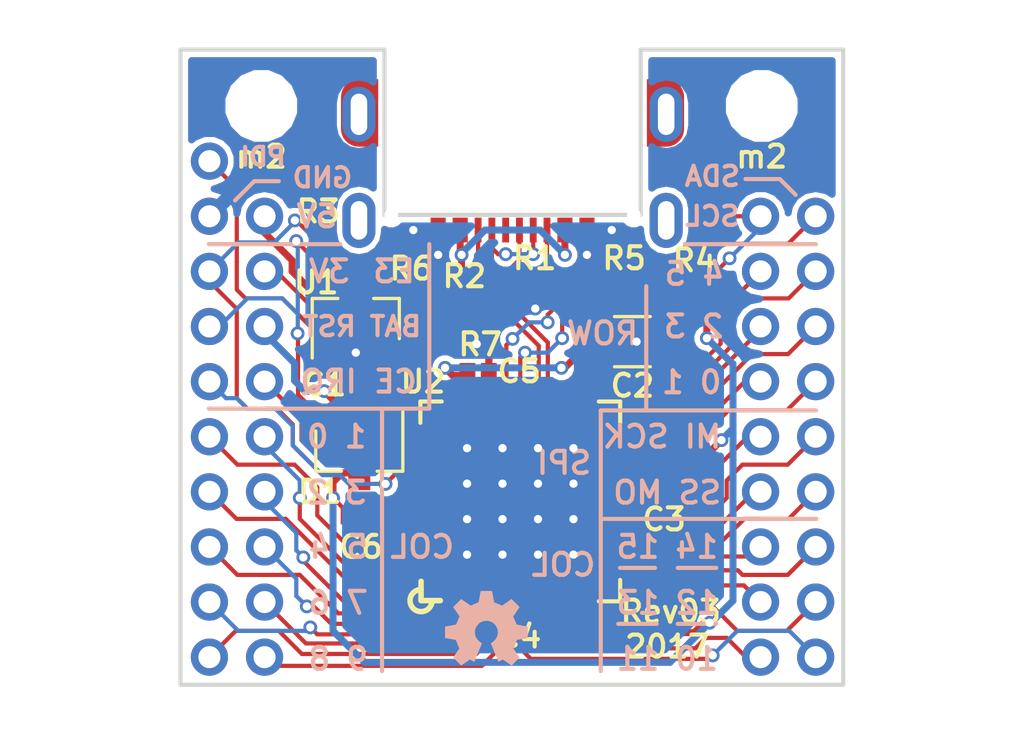
<source format=kicad_pcb>
(kicad_pcb (version 4) (host pcbnew 4.0.7)

  (general
    (links 96)
    (no_connects 0)
    (area 195.874999 92.874999 220.075001 116.075001)
    (thickness 1.6)
    (drawings 63)
    (tracks 546)
    (zones 0)
    (modules 23)
    (nets 44)
  )

  (page A4)
  (layers
    (0 F.Cu signal)
    (31 B.Cu signal)
    (32 B.Adhes user)
    (33 F.Adhes user)
    (34 B.Paste user)
    (35 F.Paste user)
    (36 B.SilkS user)
    (37 F.SilkS user)
    (38 B.Mask user)
    (39 F.Mask user)
    (40 Dwgs.User user)
    (41 Cmts.User user)
    (42 Eco1.User user)
    (43 Eco2.User user)
    (44 Edge.Cuts user)
    (45 Margin user)
    (46 B.CrtYd user)
    (47 F.CrtYd user)
    (48 B.Fab user)
    (49 F.Fab user)
  )

  (setup
    (last_trace_width 0.1524)
    (trace_clearance 0.1524)
    (zone_clearance 0.2)
    (zone_45_only no)
    (trace_min 0.127)
    (segment_width 0.15)
    (edge_width 0.15)
    (via_size 0.5)
    (via_drill 0.3)
    (via_min_size 0.4572)
    (via_min_drill 0.2032)
    (uvia_size 0.3)
    (uvia_drill 0.1)
    (uvias_allowed no)
    (uvia_min_size 0)
    (uvia_min_drill 0)
    (pcb_text_width 0.3)
    (pcb_text_size 1.5 1.5)
    (mod_edge_width 0.15)
    (mod_text_size 1 1)
    (mod_text_width 0.15)
    (pad_size 1.2 2)
    (pad_drill 0.6)
    (pad_to_mask_clearance 0.0381)
    (solder_mask_min_width 0.0508)
    (pad_to_paste_clearance -0.07)
    (aux_axis_origin 0 0)
    (visible_elements FFFEFF3F)
    (pcbplotparams
      (layerselection 0x010f8_80000001)
      (usegerberextensions true)
      (excludeedgelayer true)
      (linewidth 0.100000)
      (plotframeref false)
      (viasonmask false)
      (mode 1)
      (useauxorigin false)
      (hpglpennumber 1)
      (hpglpenspeed 20)
      (hpglpendiameter 15)
      (hpglpenoverlay 2)
      (psnegative false)
      (psa4output false)
      (plotreference true)
      (plotvalue true)
      (plotinvisibletext false)
      (padsonsilk false)
      (subtractmaskfromsilk false)
      (outputformat 1)
      (mirror false)
      (drillshape 0)
      (scaleselection 1)
      (outputdirectory test-gerber))
  )

  (net 0 "")
  (net 1 +5V)
  (net 2 GND)
  (net 3 +3V3)
  (net 4 "Net-(J1-PadA5)")
  (net 5 /D+)
  (net 6 /D-)
  (net 7 "Net-(J1-PadB5)")
  (net 8 /PE3)
  (net 9 /PDI)
  (net 10 /PCL)
  (net 11 /PR1)
  (net 12 /PA0)
  (net 13 /PA1)
  (net 14 /PA2)
  (net 15 /PA3)
  (net 16 /PA4)
  (net 17 /PA5)
  (net 18 /PA6)
  (net 19 /PA7)
  (net 20 /PB0)
  (net 21 /PB1)
  (net 22 /PE1)
  (net 23 /PE0)
  (net 24 /PD5)
  (net 25 /PD4)
  (net 26 /PD3)
  (net 27 /PD2)
  (net 28 /PD1)
  (net 29 /PD0)
  (net 30 /PC7)
  (net 31 /PC6)
  (net 32 /PC5)
  (net 33 /PC4)
  (net 34 /PC3)
  (net 35 /PC2)
  (net 36 /PC1)
  (net 37 /PC0)
  (net 38 /PB3)
  (net 39 /PB2)
  (net 40 "Net-(C1-Pad2)")
  (net 41 "Net-(R6-Pad2)")
  (net 42 /PR0)
  (net 43 +BATT)

  (net_class Default "This is the default net class."
    (clearance 0.1524)
    (trace_width 0.1524)
    (via_dia 0.5)
    (via_drill 0.3)
    (uvia_dia 0.3)
    (uvia_drill 0.1)
    (add_net +BATT)
    (add_net /D+)
    (add_net /D-)
    (add_net /PA0)
    (add_net /PA1)
    (add_net /PA2)
    (add_net /PA3)
    (add_net /PA4)
    (add_net /PA5)
    (add_net /PA6)
    (add_net /PA7)
    (add_net /PB0)
    (add_net /PB1)
    (add_net /PB2)
    (add_net /PB3)
    (add_net /PC0)
    (add_net /PC1)
    (add_net /PC2)
    (add_net /PC3)
    (add_net /PC4)
    (add_net /PC5)
    (add_net /PC6)
    (add_net /PC7)
    (add_net /PCL)
    (add_net /PD0)
    (add_net /PD1)
    (add_net /PD2)
    (add_net /PD3)
    (add_net /PD4)
    (add_net /PD5)
    (add_net /PDI)
    (add_net /PE0)
    (add_net /PE1)
    (add_net /PE3)
    (add_net /PR0)
    (add_net /PR1)
    (add_net "Net-(C1-Pad2)")
    (add_net "Net-(J1-PadA5)")
    (add_net "Net-(J1-PadB5)")
    (add_net "Net-(R6-Pad2)")
  )

  (net_class 5v ""
    (clearance 0.1524)
    (trace_width 0.254)
    (via_dia 0.5)
    (via_drill 0.3)
    (uvia_dia 0.3)
    (uvia_drill 0.1)
    (add_net +3V3)
    (add_net +5V)
    (add_net GND)
  )

  (net_class temp ""
    (clearance 0.1524)
    (trace_width 0.1524)
    (via_dia 0.5)
    (via_drill 0.3)
    (uvia_dia 0.3)
    (uvia_drill 0.1)
  )

  (module Conn_PinHeader_2.00mm:PinHeader_2x09_P2.00mm_Vertical (layer F.Cu) (tedit 5A24E0A3) (tstamp 5A2A0A67)
    (at 217 99)
    (descr "Through hole straight pin header, 2x09, 2.00mm pitch, double rows")
    (tags "Through hole pin header THT 2x09 2.00mm double row")
    (path /59BE1233)
    (fp_text reference J4 (at 2 -1.5) (layer Cmts.User)
      (effects (font (size 1 1) (thickness 0.15)))
    )
    (fp_text value Conn_02x09_Odd_Even (at 1 18.06) (layer F.Fab)
      (effects (font (size 1 1) (thickness 0.15)))
    )
    (fp_line (start 0 -1) (end 3 -1) (layer F.Fab) (width 0.1))
    (fp_line (start 3 -1) (end 3 17) (layer F.Fab) (width 0.1))
    (fp_line (start 3 17) (end -1 17) (layer F.Fab) (width 0.1))
    (fp_line (start -1 17) (end -1 0) (layer F.Fab) (width 0.1))
    (fp_line (start -1 0) (end 0 -1) (layer F.Fab) (width 0.1))
    (fp_line (start -1.5 -1.5) (end -1.5 17.5) (layer F.CrtYd) (width 0.05))
    (fp_line (start -1.5 17.5) (end 3.5 17.5) (layer F.CrtYd) (width 0.05))
    (fp_line (start 3.5 17.5) (end 3.5 -1.5) (layer F.CrtYd) (width 0.05))
    (fp_line (start 3.5 -1.5) (end -1.5 -1.5) (layer F.CrtYd) (width 0.05))
    (fp_text user %R (at 1 8 90) (layer F.Fab)
      (effects (font (size 1 1) (thickness 0.15)))
    )
    (pad 1 thru_hole circle (at 0 0) (size 1.35 1.35) (drill 0.8) (layers *.Cu *.Mask)
      (net 22 /PE1))
    (pad 2 thru_hole oval (at 2 0) (size 1.35 1.35) (drill 0.8) (layers *.Cu *.Mask)
      (net 23 /PE0))
    (pad 3 thru_hole oval (at 0 2) (size 1.35 1.35) (drill 0.8) (layers *.Cu *.Mask)
      (net 24 /PD5))
    (pad 4 thru_hole oval (at 2 2) (size 1.35 1.35) (drill 0.8) (layers *.Cu *.Mask)
      (net 25 /PD4))
    (pad 5 thru_hole oval (at 0 4) (size 1.35 1.35) (drill 0.8) (layers *.Cu *.Mask)
      (net 26 /PD3))
    (pad 6 thru_hole oval (at 2 4) (size 1.35 1.35) (drill 0.8) (layers *.Cu *.Mask)
      (net 27 /PD2))
    (pad 7 thru_hole oval (at 0 6) (size 1.35 1.35) (drill 0.8) (layers *.Cu *.Mask)
      (net 28 /PD1))
    (pad 8 thru_hole oval (at 2 6) (size 1.35 1.35) (drill 0.8) (layers *.Cu *.Mask)
      (net 29 /PD0))
    (pad 9 thru_hole oval (at 0 8) (size 1.35 1.35) (drill 0.8) (layers *.Cu *.Mask)
      (net 30 /PC7))
    (pad 10 thru_hole oval (at 2 8) (size 1.35 1.35) (drill 0.8) (layers *.Cu *.Mask)
      (net 31 /PC6))
    (pad 11 thru_hole oval (at 0 10) (size 1.35 1.35) (drill 0.8) (layers *.Cu *.Mask)
      (net 32 /PC5))
    (pad 12 thru_hole oval (at 2 10) (size 1.35 1.35) (drill 0.8) (layers *.Cu *.Mask)
      (net 33 /PC4))
    (pad 13 thru_hole oval (at 0 12) (size 1.35 1.35) (drill 0.8) (layers *.Cu *.Mask)
      (net 34 /PC3))
    (pad 14 thru_hole oval (at 2 12) (size 1.35 1.35) (drill 0.8) (layers *.Cu *.Mask)
      (net 35 /PC2))
    (pad 15 thru_hole oval (at 0 14) (size 1.35 1.35) (drill 0.8) (layers *.Cu *.Mask)
      (net 36 /PC1))
    (pad 16 thru_hole oval (at 2 14) (size 1.35 1.35) (drill 0.8) (layers *.Cu *.Mask)
      (net 37 /PC0))
    (pad 17 thru_hole oval (at 0 16) (size 1.35 1.35) (drill 0.8) (layers *.Cu *.Mask)
      (net 38 /PB3))
    (pad 18 thru_hole oval (at 2 16) (size 1.35 1.35) (drill 0.8) (layers *.Cu *.Mask)
      (net 39 /PB2))
    (model ${KISYS3DMOD}/Conn_PinHeader_2.00mm.3dshapes/PinHeader_2x09_P2.00mm_Vertical.wrl
      (at (xyz 0 0 0))
      (scale (xyz 1 1 1))
      (rotate (xyz 0 0 0))
    )
  )

  (module Conn_PinHeader_2.00mm:PinHeader_2x09_P2.00mm_Vertical (layer F.Cu) (tedit 5A24E0B8) (tstamp 5A2A0A2C)
    (at 197 99)
    (descr "Through hole straight pin header, 2x09, 2.00mm pitch, double rows")
    (tags "Through hole pin header THT 2x09 2.00mm double row")
    (path /59BE116E)
    (fp_text reference J2 (at -2 0) (layer Cmts.User)
      (effects (font (size 1 1) (thickness 0.15)))
    )
    (fp_text value Conn_02x09_Odd_Even (at 1 18.06) (layer F.Fab)
      (effects (font (size 1 1) (thickness 0.15)))
    )
    (fp_line (start 0 -1) (end 3 -1) (layer F.Fab) (width 0.1))
    (fp_line (start 3 -1) (end 3 17) (layer F.Fab) (width 0.1))
    (fp_line (start 3 17) (end -1 17) (layer F.Fab) (width 0.1))
    (fp_line (start -1 17) (end -1 0) (layer F.Fab) (width 0.1))
    (fp_line (start -1 0) (end 0 -1) (layer F.Fab) (width 0.1))
    (fp_line (start -1.5 -1.5) (end -1.5 17.5) (layer F.CrtYd) (width 0.05))
    (fp_line (start -1.5 17.5) (end 3.5 17.5) (layer F.CrtYd) (width 0.05))
    (fp_line (start 3.5 17.5) (end 3.5 -1.5) (layer F.CrtYd) (width 0.05))
    (fp_line (start 3.5 -1.5) (end -1.5 -1.5) (layer F.CrtYd) (width 0.05))
    (fp_text user %R (at 1 8 90) (layer F.Fab)
      (effects (font (size 1 1) (thickness 0.15)))
    )
    (pad 1 thru_hole circle (at 0 0) (size 1.35 1.35) (drill 0.8) (layers *.Cu *.Mask)
      (net 2 GND))
    (pad 2 thru_hole oval (at 2 0) (size 1.35 1.35) (drill 0.8) (layers *.Cu *.Mask)
      (net 1 +5V))
    (pad 3 thru_hole oval (at 0 2) (size 1.35 1.35) (drill 0.8) (layers *.Cu *.Mask)
      (net 3 +3V3))
    (pad 4 thru_hole oval (at 2 2) (size 1.35 1.35) (drill 0.8) (layers *.Cu *.Mask)
      (net 8 /PE3))
    (pad 5 thru_hole oval (at 0 4) (size 1.35 1.35) (drill 0.8) (layers *.Cu *.Mask)
      (net 10 /PCL))
    (pad 6 thru_hole oval (at 2 4) (size 1.35 1.35) (drill 0.8) (layers *.Cu *.Mask)
      (net 43 +BATT))
    (pad 7 thru_hole oval (at 0 6) (size 1.35 1.35) (drill 0.8) (layers *.Cu *.Mask)
      (net 11 /PR1))
    (pad 8 thru_hole oval (at 2 6) (size 1.35 1.35) (drill 0.8) (layers *.Cu *.Mask)
      (net 42 /PR0))
    (pad 9 thru_hole oval (at 0 8) (size 1.35 1.35) (drill 0.8) (layers *.Cu *.Mask)
      (net 12 /PA0))
    (pad 10 thru_hole oval (at 2 8) (size 1.35 1.35) (drill 0.8) (layers *.Cu *.Mask)
      (net 13 /PA1))
    (pad 11 thru_hole oval (at 0 10) (size 1.35 1.35) (drill 0.8) (layers *.Cu *.Mask)
      (net 14 /PA2))
    (pad 12 thru_hole oval (at 2 10) (size 1.35 1.35) (drill 0.8) (layers *.Cu *.Mask)
      (net 15 /PA3))
    (pad 13 thru_hole oval (at 0 12) (size 1.35 1.35) (drill 0.8) (layers *.Cu *.Mask)
      (net 16 /PA4))
    (pad 14 thru_hole oval (at 2 12) (size 1.35 1.35) (drill 0.8) (layers *.Cu *.Mask)
      (net 17 /PA5))
    (pad 15 thru_hole oval (at 0 14) (size 1.35 1.35) (drill 0.8) (layers *.Cu *.Mask)
      (net 18 /PA6))
    (pad 16 thru_hole oval (at 2 14) (size 1.35 1.35) (drill 0.8) (layers *.Cu *.Mask)
      (net 19 /PA7))
    (pad 17 thru_hole oval (at 0 16) (size 1.35 1.35) (drill 0.8) (layers *.Cu *.Mask)
      (net 20 /PB0))
    (pad 18 thru_hole oval (at 2 16) (size 1.35 1.35) (drill 0.8) (layers *.Cu *.Mask)
      (net 21 /PB1))
    (model ${KISYS3DMOD}/Conn_PinHeader_2.00mm.3dshapes/PinHeader_2x09_P2.00mm_Vertical.wrl
      (at (xyz 0 0 0))
      (scale (xyz 1 1 1))
      (rotate (xyz 0 0 0))
    )
  )

  (module Conn_PinHeader_2.00mm:PinHeader_1x01_P2.00mm_Vertical (layer F.Cu) (tedit 5A24E0B7) (tstamp 5A2A0A53)
    (at 197 97)
    (descr "Through hole straight pin header, 1x01, 2.00mm pitch, single row")
    (tags "Through hole pin header THT 1x01 2.00mm single row")
    (path /59107B07)
    (fp_text reference J3 (at -2 0) (layer Cmts.User)
      (effects (font (size 1 1) (thickness 0.15)))
    )
    (fp_text value CONN_01X01 (at 0 2.06) (layer F.Fab)
      (effects (font (size 1 1) (thickness 0.15)))
    )
    (fp_line (start -0.5 -1) (end 1 -1) (layer F.Fab) (width 0.1))
    (fp_line (start 1 -1) (end 1 1) (layer F.Fab) (width 0.1))
    (fp_line (start 1 1) (end -1 1) (layer F.Fab) (width 0.1))
    (fp_line (start -1 1) (end -1 -0.5) (layer F.Fab) (width 0.1))
    (fp_line (start -1 -0.5) (end -0.5 -1) (layer F.Fab) (width 0.1))
    (fp_line (start -1.5 -1.5) (end -1.5 1.5) (layer F.CrtYd) (width 0.05))
    (fp_line (start -1.5 1.5) (end 1.5 1.5) (layer F.CrtYd) (width 0.05))
    (fp_line (start 1.5 1.5) (end 1.5 -1.5) (layer F.CrtYd) (width 0.05))
    (fp_line (start 1.5 -1.5) (end -1.5 -1.5) (layer F.CrtYd) (width 0.05))
    (fp_text user %R (at 0 0 90) (layer F.Fab)
      (effects (font (size 1 1) (thickness 0.15)))
    )
    (pad 1 thru_hole circle (at 0 0) (size 1.35 1.35) (drill 0.8) (layers *.Cu *.Mask)
      (net 9 /PDI))
    (model ${KISYS3DMOD}/Conn_PinHeader_2.00mm.3dshapes/PinHeader_1x01_P2.00mm_Vertical.wrl
      (at (xyz 0 0 0))
      (scale (xyz 1 1 1))
      (rotate (xyz 0 0 0))
    )
  )

  (module Mounting_Holes:MountingHole_2.2mm_M2 locked (layer F.Cu) (tedit 5910EA1F) (tstamp 591005CD)
    (at 198.882 94.996)
    (descr "Mounting Hole 2.2mm, no annular, M2")
    (tags "mounting hole 2.2mm no annular m2")
    (fp_text reference REF** (at 0 -3.2) (layer F.SilkS) hide
      (effects (font (size 1 1) (thickness 0.15)))
    )
    (fp_text value MountingHole_2.2mm_M2 (at 0 3.2) (layer F.Fab)
      (effects (font (size 1 1) (thickness 0.15)))
    )
    (fp_circle (center 0 0) (end 2.2 0) (layer Cmts.User) (width 0.15))
    (fp_circle (center 0 0) (end 2.45 0) (layer F.CrtYd) (width 0.05))
    (pad 1 np_thru_hole circle (at 0 0) (size 2.2 2.2) (drill 2.2) (layers *.Cu *.Mask))
  )

  (module Mounting_Holes:MountingHole_2.2mm_M2 locked (layer F.Cu) (tedit 5910EA24) (tstamp 59100503)
    (at 217.043 94.996)
    (descr "Mounting Hole 2.2mm, no annular, M2")
    (tags "mounting hole 2.2mm no annular m2")
    (fp_text reference REF** (at 0 -3.2) (layer F.SilkS) hide
      (effects (font (size 1 1) (thickness 0.15)))
    )
    (fp_text value MountingHole_2.2mm_M2 (at 0 3.2) (layer F.Fab)
      (effects (font (size 1 1) (thickness 0.15)))
    )
    (fp_circle (center 0 0) (end 2.2 0) (layer Cmts.User) (width 0.15))
    (fp_circle (center 0 0) (end 2.45 0) (layer F.CrtYd) (width 0.05))
    (pad 1 np_thru_hole circle (at 0 0) (size 2.2 2.2) (drill 2.2) (layers *.Cu *.Mask))
  )

  (module qfn:QFN-44-1EP_7x7mm_Pitch0.5mm_Alt_Silk (layer F.Cu) (tedit 5A24E11E) (tstamp 59BDA6F2)
    (at 208.28 109.347 90)
    (descr "UK Package; 44-Lead Plastic QFN (7mm x 7mm); (see Linear Technology QFN_44_05-08-1763.pdf)")
    (tags "QFN 0.5")
    (path /5A24E79F)
    (attr smd)
    (fp_text reference U2 (at 4.347 -3.53 180) (layer F.SilkS)
      (effects (font (size 0.8 0.8) (thickness 0.15)))
    )
    (fp_text value ATXMEGA-A4U-EPAD (at 0 4.75 90) (layer F.Fab)
      (effects (font (size 1 1) (thickness 0.15)))
    )
    (fp_line (start -2.9 -3.6) (end -3.6 -3.6) (layer F.SilkS) (width 0.2))
    (fp_arc (start -3.6 -3.6) (end -3.6 -3.2) (angle 270) (layer F.SilkS) (width 0.2))
    (fp_line (start -3.6 -3.6) (end -3.6 -2.9) (layer F.SilkS) (width 0.2))
    (fp_line (start -2.5 -3.5) (end 3.5 -3.5) (layer F.Fab) (width 0.15))
    (fp_line (start 3.5 -3.5) (end 3.5 3.5) (layer F.Fab) (width 0.15))
    (fp_line (start 3.5 3.5) (end -3.5 3.5) (layer F.Fab) (width 0.15))
    (fp_line (start -3.5 3.5) (end -3.5 -2.5) (layer F.Fab) (width 0.15))
    (fp_line (start -3.5 -2.5) (end -2.5 -3.5) (layer F.Fab) (width 0.15))
    (fp_line (start -4 -4) (end -4 4) (layer F.CrtYd) (width 0.05))
    (fp_line (start 4 -4) (end 4 4) (layer F.CrtYd) (width 0.05))
    (fp_line (start -4 -4) (end 4 -4) (layer F.CrtYd) (width 0.05))
    (fp_line (start -4 4) (end 4 4) (layer F.CrtYd) (width 0.05))
    (fp_line (start 3.625 -3.625) (end 3.625 -2.85) (layer F.SilkS) (width 0.15))
    (fp_line (start -3.625 3.625) (end -3.625 2.85) (layer F.SilkS) (width 0.15))
    (fp_line (start 3.625 3.625) (end 3.625 2.85) (layer F.SilkS) (width 0.15))
    (fp_line (start -3.625 3.625) (end -2.85 3.625) (layer F.SilkS) (width 0.15))
    (fp_line (start 3.625 3.625) (end 2.85 3.625) (layer F.SilkS) (width 0.15))
    (fp_line (start 3.625 -3.625) (end 2.85 -3.625) (layer F.SilkS) (width 0.15))
    (pad 1 smd rect (at -3.4 -2.5 90) (size 0.7 0.25) (layers F.Cu F.Paste F.Mask)
      (net 17 /PA5))
    (pad 2 smd rect (at -3.4 -2 90) (size 0.7 0.25) (layers F.Cu F.Paste F.Mask)
      (net 18 /PA6))
    (pad 3 smd rect (at -3.4 -1.5 90) (size 0.7 0.25) (layers F.Cu F.Paste F.Mask)
      (net 19 /PA7))
    (pad 4 smd rect (at -3.4 -1 90) (size 0.7 0.25) (layers F.Cu F.Paste F.Mask)
      (net 20 /PB0))
    (pad 5 smd rect (at -3.4 -0.5 90) (size 0.7 0.25) (layers F.Cu F.Paste F.Mask)
      (net 21 /PB1))
    (pad 6 smd rect (at -3.4 0 90) (size 0.7 0.25) (layers F.Cu F.Paste F.Mask)
      (net 39 /PB2))
    (pad 7 smd rect (at -3.4 0.5 90) (size 0.7 0.25) (layers F.Cu F.Paste F.Mask)
      (net 38 /PB3))
    (pad 8 smd rect (at -3.4 1 90) (size 0.7 0.25) (layers F.Cu F.Paste F.Mask)
      (net 2 GND))
    (pad 9 smd rect (at -3.4 1.5 90) (size 0.7 0.25) (layers F.Cu F.Paste F.Mask)
      (net 3 +3V3))
    (pad 10 smd rect (at -3.4 2 90) (size 0.7 0.25) (layers F.Cu F.Paste F.Mask)
      (net 37 /PC0))
    (pad 11 smd rect (at -3.4 2.5 90) (size 0.7 0.25) (layers F.Cu F.Paste F.Mask)
      (net 36 /PC1))
    (pad 12 smd rect (at -2.5 3.4 180) (size 0.7 0.25) (layers F.Cu F.Paste F.Mask)
      (net 35 /PC2))
    (pad 13 smd rect (at -2 3.4 180) (size 0.7 0.25) (layers F.Cu F.Paste F.Mask)
      (net 34 /PC3))
    (pad 14 smd rect (at -1.5 3.4 180) (size 0.7 0.25) (layers F.Cu F.Paste F.Mask)
      (net 33 /PC4))
    (pad 15 smd rect (at -1 3.4 180) (size 0.7 0.25) (layers F.Cu F.Paste F.Mask)
      (net 32 /PC5))
    (pad 16 smd rect (at -0.5 3.4 180) (size 0.7 0.25) (layers F.Cu F.Paste F.Mask)
      (net 31 /PC6))
    (pad 17 smd rect (at 0 3.4 180) (size 0.7 0.25) (layers F.Cu F.Paste F.Mask)
      (net 30 /PC7))
    (pad 18 smd rect (at 0.5 3.4 180) (size 0.7 0.25) (layers F.Cu F.Paste F.Mask)
      (net 2 GND))
    (pad 19 smd rect (at 1 3.4 180) (size 0.7 0.25) (layers F.Cu F.Paste F.Mask)
      (net 3 +3V3))
    (pad 20 smd rect (at 1.5 3.4 180) (size 0.7 0.25) (layers F.Cu F.Paste F.Mask)
      (net 29 /PD0))
    (pad 21 smd rect (at 2 3.4 180) (size 0.7 0.25) (layers F.Cu F.Paste F.Mask)
      (net 28 /PD1))
    (pad 22 smd rect (at 2.5 3.4 180) (size 0.7 0.25) (layers F.Cu F.Paste F.Mask)
      (net 27 /PD2))
    (pad 23 smd rect (at 3.4 2.5 90) (size 0.7 0.25) (layers F.Cu F.Paste F.Mask)
      (net 26 /PD3))
    (pad 24 smd rect (at 3.4 2 90) (size 0.7 0.25) (layers F.Cu F.Paste F.Mask)
      (net 25 /PD4))
    (pad 25 smd rect (at 3.4 1.5 90) (size 0.7 0.25) (layers F.Cu F.Paste F.Mask)
      (net 24 /PD5))
    (pad 26 smd rect (at 3.4 1 90) (size 0.7 0.25) (layers F.Cu F.Paste F.Mask)
      (net 6 /D-))
    (pad 27 smd rect (at 3.4 0.5 90) (size 0.7 0.25) (layers F.Cu F.Paste F.Mask)
      (net 5 /D+))
    (pad 28 smd rect (at 3.4 0 90) (size 0.7 0.25) (layers F.Cu F.Paste F.Mask)
      (net 23 /PE0))
    (pad 29 smd rect (at 3.4 -0.5 90) (size 0.7 0.25) (layers F.Cu F.Paste F.Mask)
      (net 22 /PE1))
    (pad 30 smd rect (at 3.4 -1 90) (size 0.7 0.25) (layers F.Cu F.Paste F.Mask)
      (net 2 GND))
    (pad 31 smd rect (at 3.4 -1.5 90) (size 0.7 0.25) (layers F.Cu F.Paste F.Mask)
      (net 3 +3V3))
    (pad 32 smd rect (at 3.4 -2 90) (size 0.7 0.25) (layers F.Cu F.Paste F.Mask)
      (net 41 "Net-(R6-Pad2)"))
    (pad 33 smd rect (at 3.4 -2.5 90) (size 0.7 0.25) (layers F.Cu F.Paste F.Mask)
      (net 8 /PE3))
    (pad 34 smd rect (at 2.5 -3.4 180) (size 0.7 0.25) (layers F.Cu F.Paste F.Mask)
      (net 9 /PDI))
    (pad 35 smd rect (at 2 -3.4 180) (size 0.7 0.25) (layers F.Cu F.Paste F.Mask)
      (net 10 /PCL))
    (pad 36 smd rect (at 1.5 -3.4 180) (size 0.7 0.25) (layers F.Cu F.Paste F.Mask)
      (net 42 /PR0))
    (pad 37 smd rect (at 1 -3.4 180) (size 0.7 0.25) (layers F.Cu F.Paste F.Mask)
      (net 11 /PR1))
    (pad 38 smd rect (at 0.5 -3.4 180) (size 0.7 0.25) (layers F.Cu F.Paste F.Mask)
      (net 2 GND))
    (pad 39 smd rect (at 0 -3.4 180) (size 0.7 0.25) (layers F.Cu F.Paste F.Mask)
      (net 3 +3V3))
    (pad 40 smd rect (at -0.5 -3.4 180) (size 0.7 0.25) (layers F.Cu F.Paste F.Mask)
      (net 12 /PA0))
    (pad 41 smd rect (at -1 -3.4 180) (size 0.7 0.25) (layers F.Cu F.Paste F.Mask)
      (net 13 /PA1))
    (pad 42 smd rect (at -1.5 -3.4 180) (size 0.7 0.25) (layers F.Cu F.Paste F.Mask)
      (net 14 /PA2))
    (pad 43 smd rect (at -2 -3.4 180) (size 0.7 0.25) (layers F.Cu F.Paste F.Mask)
      (net 15 /PA3))
    (pad 44 smd rect (at -2.5 -3.4 180) (size 0.7 0.25) (layers F.Cu F.Paste F.Mask)
      (net 16 /PA4))
    (pad 45 smd rect (at 1.93125 1.93125 90) (size 1.2875 1.2875) (layers F.Cu F.Paste F.Mask)
      (net 2 GND) (solder_paste_margin_ratio -0.2))
    (pad 45 smd rect (at 1.93125 0.64375 90) (size 1.2875 1.2875) (layers F.Cu F.Paste F.Mask)
      (net 2 GND) (solder_paste_margin_ratio -0.2))
    (pad 45 smd rect (at 1.93125 -0.64375 90) (size 1.2875 1.2875) (layers F.Cu F.Paste F.Mask)
      (net 2 GND) (solder_paste_margin_ratio -0.2))
    (pad 45 smd rect (at 1.93125 -1.93125 90) (size 1.2875 1.2875) (layers F.Cu F.Paste F.Mask)
      (net 2 GND) (solder_paste_margin_ratio -0.2))
    (pad 45 smd rect (at 0.64375 1.93125 90) (size 1.2875 1.2875) (layers F.Cu F.Paste F.Mask)
      (net 2 GND) (solder_paste_margin_ratio -0.2))
    (pad 45 smd rect (at 0.64375 0.64375 90) (size 1.2875 1.2875) (layers F.Cu F.Paste F.Mask)
      (net 2 GND) (solder_paste_margin_ratio -0.2))
    (pad 45 smd rect (at 0.64375 -0.64375 90) (size 1.2875 1.2875) (layers F.Cu F.Paste F.Mask)
      (net 2 GND) (solder_paste_margin_ratio -0.2))
    (pad 45 smd rect (at 0.64375 -1.93125 90) (size 1.2875 1.2875) (layers F.Cu F.Paste F.Mask)
      (net 2 GND) (solder_paste_margin_ratio -0.2))
    (pad 45 smd rect (at -0.64375 1.93125 90) (size 1.2875 1.2875) (layers F.Cu F.Paste F.Mask)
      (net 2 GND) (solder_paste_margin_ratio -0.2))
    (pad 45 smd rect (at -0.64375 0.64375 90) (size 1.2875 1.2875) (layers F.Cu F.Paste F.Mask)
      (net 2 GND) (solder_paste_margin_ratio -0.2))
    (pad 45 smd rect (at -0.64375 -0.64375 90) (size 1.2875 1.2875) (layers F.Cu F.Paste F.Mask)
      (net 2 GND) (solder_paste_margin_ratio -0.2))
    (pad 45 smd rect (at -0.64375 -1.93125 90) (size 1.2875 1.2875) (layers F.Cu F.Paste F.Mask)
      (net 2 GND) (solder_paste_margin_ratio -0.2))
    (pad 45 smd rect (at -1.93125 1.93125 90) (size 1.2875 1.2875) (layers F.Cu F.Paste F.Mask)
      (net 2 GND) (solder_paste_margin_ratio -0.2))
    (pad 45 smd rect (at -1.93125 0.64375 90) (size 1.2875 1.2875) (layers F.Cu F.Paste F.Mask)
      (net 2 GND) (solder_paste_margin_ratio -0.2))
    (pad 45 smd rect (at -1.93125 -0.64375 90) (size 1.2875 1.2875) (layers F.Cu F.Paste F.Mask)
      (net 2 GND) (solder_paste_margin_ratio -0.2))
    (pad 45 smd rect (at -1.93125 -1.93125 90) (size 1.2875 1.2875) (layers F.Cu F.Paste F.Mask)
      (net 2 GND) (solder_paste_margin_ratio -0.2))
    (model Housings_DFN_QFN.3dshapes/QFN-44-1EP_7x7mm_Pitch0.5mm.wrl
      (at (xyz 0 0 0))
      (scale (xyz 1 1 1))
      (rotate (xyz 0 0 0))
    )
  )

  (module Capacitor_SMD:C_0402_1005Metric (layer F.Cu) (tedit 5A24E032) (tstamp 5A2A09E0)
    (at 202.7682 105.1052)
    (descr "Capacitor SMD 0402 (1005 Metric), square (rectangular) end terminal, IPC_7351 nominal, (Body size source: http://www.tortai-tech.com/upload/download/2011102023233369053.pdf), generated with kicad-footprint-generator")
    (tags capacitor)
    (path /5912FD33)
    (attr smd)
    (fp_text reference C1 (at -1.5932 -0.0052) (layer F.SilkS)
      (effects (font (size 0.8 0.8) (thickness 0.15)))
    )
    (fp_text value 1uF (at 0 1.5) (layer F.Fab)
      (effects (font (size 1 1) (thickness 0.15)))
    )
    (fp_line (start -0.5 0.25) (end -0.5 -0.25) (layer F.Fab) (width 0.1))
    (fp_line (start -0.5 -0.25) (end 0.5 -0.25) (layer F.Fab) (width 0.1))
    (fp_line (start 0.5 -0.25) (end 0.5 0.25) (layer F.Fab) (width 0.1))
    (fp_line (start 0.5 0.25) (end -0.5 0.25) (layer F.Fab) (width 0.1))
    (fp_line (start -0.82 0.48) (end -0.82 -0.48) (layer F.CrtYd) (width 0.05))
    (fp_line (start -0.82 -0.48) (end 0.82 -0.48) (layer F.CrtYd) (width 0.05))
    (fp_line (start 0.82 -0.48) (end 0.82 0.48) (layer F.CrtYd) (width 0.05))
    (fp_line (start 0.82 0.48) (end -0.82 0.48) (layer F.CrtYd) (width 0.05))
    (fp_text user %R (at 0 -0.88) (layer F.Fab)
      (effects (font (size 0.5 0.5) (thickness 0.08)))
    )
    (pad 1 smd rect (at -0.3875 0) (size 0.575 0.65) (layers F.Cu F.Paste F.Mask)
      (net 2 GND))
    (pad 2 smd rect (at 0.3875 0) (size 0.575 0.65) (layers F.Cu F.Paste F.Mask)
      (net 40 "Net-(C1-Pad2)"))
    (model ${KISYS3DMOD}/Capacitor_SMD.3dshapes/C_0402_1005Metric.wrl
      (at (xyz 0 0 0))
      (scale (xyz 1 1 1))
      (rotate (xyz 0 0 0))
    )
  )

  (module Capacitor_SMD:C_0402_1005Metric (layer F.Cu) (tedit 5A24E080) (tstamp 5A2A09EA)
    (at 213.4235 108.839)
    (descr "Capacitor SMD 0402 (1005 Metric), square (rectangular) end terminal, IPC_7351 nominal, (Body size source: http://www.tortai-tech.com/upload/download/2011102023233369053.pdf), generated with kicad-footprint-generator")
    (tags capacitor)
    (path /59100348)
    (attr smd)
    (fp_text reference C3 (at 0.0765 1.161) (layer F.SilkS)
      (effects (font (size 0.8 0.8) (thickness 0.15)))
    )
    (fp_text value 0.1uF (at 0 1.5) (layer F.Fab)
      (effects (font (size 1 1) (thickness 0.15)))
    )
    (fp_line (start -0.5 0.25) (end -0.5 -0.25) (layer F.Fab) (width 0.1))
    (fp_line (start -0.5 -0.25) (end 0.5 -0.25) (layer F.Fab) (width 0.1))
    (fp_line (start 0.5 -0.25) (end 0.5 0.25) (layer F.Fab) (width 0.1))
    (fp_line (start 0.5 0.25) (end -0.5 0.25) (layer F.Fab) (width 0.1))
    (fp_line (start -0.82 0.48) (end -0.82 -0.48) (layer F.CrtYd) (width 0.05))
    (fp_line (start -0.82 -0.48) (end 0.82 -0.48) (layer F.CrtYd) (width 0.05))
    (fp_line (start 0.82 -0.48) (end 0.82 0.48) (layer F.CrtYd) (width 0.05))
    (fp_line (start 0.82 0.48) (end -0.82 0.48) (layer F.CrtYd) (width 0.05))
    (fp_text user %R (at 0 -0.88) (layer F.Fab)
      (effects (font (size 0.5 0.5) (thickness 0.08)))
    )
    (pad 1 smd rect (at -0.3875 0) (size 0.575 0.65) (layers F.Cu F.Paste F.Mask)
      (net 2 GND))
    (pad 2 smd rect (at 0.3875 0) (size 0.575 0.65) (layers F.Cu F.Paste F.Mask)
      (net 3 +3V3))
    (model ${KISYS3DMOD}/Capacitor_SMD.3dshapes/C_0402_1005Metric.wrl
      (at (xyz 0 0 0))
      (scale (xyz 1 1 1))
      (rotate (xyz 0 0 0))
    )
  )

  (module Capacitor_SMD:C_0402_1005Metric (layer F.Cu) (tedit 5A24E07A) (tstamp 5A2A09EF)
    (at 209.8675 114.1095)
    (descr "Capacitor SMD 0402 (1005 Metric), square (rectangular) end terminal, IPC_7351 nominal, (Body size source: http://www.tortai-tech.com/upload/download/2011102023233369053.pdf), generated with kicad-footprint-generator")
    (tags capacitor)
    (path /591002C8)
    (attr smd)
    (fp_text reference C4 (at -1.6175 0.1405) (layer F.SilkS)
      (effects (font (size 0.8 0.8) (thickness 0.15)))
    )
    (fp_text value 0.1uF (at 0 1.5) (layer F.Fab)
      (effects (font (size 1 1) (thickness 0.15)))
    )
    (fp_line (start -0.5 0.25) (end -0.5 -0.25) (layer F.Fab) (width 0.1))
    (fp_line (start -0.5 -0.25) (end 0.5 -0.25) (layer F.Fab) (width 0.1))
    (fp_line (start 0.5 -0.25) (end 0.5 0.25) (layer F.Fab) (width 0.1))
    (fp_line (start 0.5 0.25) (end -0.5 0.25) (layer F.Fab) (width 0.1))
    (fp_line (start -0.82 0.48) (end -0.82 -0.48) (layer F.CrtYd) (width 0.05))
    (fp_line (start -0.82 -0.48) (end 0.82 -0.48) (layer F.CrtYd) (width 0.05))
    (fp_line (start 0.82 -0.48) (end 0.82 0.48) (layer F.CrtYd) (width 0.05))
    (fp_line (start 0.82 0.48) (end -0.82 0.48) (layer F.CrtYd) (width 0.05))
    (fp_text user %R (at 0 -0.88) (layer F.Fab)
      (effects (font (size 0.5 0.5) (thickness 0.08)))
    )
    (pad 1 smd rect (at -0.3875 0) (size 0.575 0.65) (layers F.Cu F.Paste F.Mask)
      (net 2 GND))
    (pad 2 smd rect (at 0.3875 0) (size 0.575 0.65) (layers F.Cu F.Paste F.Mask)
      (net 3 +3V3))
    (model ${KISYS3DMOD}/Capacitor_SMD.3dshapes/C_0402_1005Metric.wrl
      (at (xyz 0 0 0))
      (scale (xyz 1 1 1))
      (rotate (xyz 0 0 0))
    )
  )

  (module Capacitor_SMD:C_0402_1005Metric (layer F.Cu) (tedit 5A24E092) (tstamp 5A2A09F4)
    (at 206.75 104.65 180)
    (descr "Capacitor SMD 0402 (1005 Metric), square (rectangular) end terminal, IPC_7351 nominal, (Body size source: http://www.tortai-tech.com/upload/download/2011102023233369053.pdf), generated with kicad-footprint-generator")
    (tags capacitor)
    (path /59100318)
    (attr smd)
    (fp_text reference C5 (at -1.494 0.025 180) (layer F.SilkS)
      (effects (font (size 0.8 0.8) (thickness 0.15)))
    )
    (fp_text value 0.1uF (at 0 1.5 180) (layer F.Fab)
      (effects (font (size 1 1) (thickness 0.15)))
    )
    (fp_line (start -0.5 0.25) (end -0.5 -0.25) (layer F.Fab) (width 0.1))
    (fp_line (start -0.5 -0.25) (end 0.5 -0.25) (layer F.Fab) (width 0.1))
    (fp_line (start 0.5 -0.25) (end 0.5 0.25) (layer F.Fab) (width 0.1))
    (fp_line (start 0.5 0.25) (end -0.5 0.25) (layer F.Fab) (width 0.1))
    (fp_line (start -0.82 0.48) (end -0.82 -0.48) (layer F.CrtYd) (width 0.05))
    (fp_line (start -0.82 -0.48) (end 0.82 -0.48) (layer F.CrtYd) (width 0.05))
    (fp_line (start 0.82 -0.48) (end 0.82 0.48) (layer F.CrtYd) (width 0.05))
    (fp_line (start 0.82 0.48) (end -0.82 0.48) (layer F.CrtYd) (width 0.05))
    (fp_text user %R (at 0 -0.88 180) (layer F.Fab)
      (effects (font (size 0.5 0.5) (thickness 0.08)))
    )
    (pad 1 smd rect (at -0.3875 0 180) (size 0.575 0.65) (layers F.Cu F.Paste F.Mask)
      (net 2 GND))
    (pad 2 smd rect (at 0.3875 0 180) (size 0.575 0.65) (layers F.Cu F.Paste F.Mask)
      (net 3 +3V3))
    (model ${KISYS3DMOD}/Capacitor_SMD.3dshapes/C_0402_1005Metric.wrl
      (at (xyz 0 0 0))
      (scale (xyz 1 1 1))
      (rotate (xyz 0 0 0))
    )
  )

  (module Capacitor_SMD:C_0402_1005Metric (layer F.Cu) (tedit 5A24E06F) (tstamp 5A2A09F9)
    (at 202.438 109.855 180)
    (descr "Capacitor SMD 0402 (1005 Metric), square (rectangular) end terminal, IPC_7351 nominal, (Body size source: http://www.tortai-tech.com/upload/download/2011102023233369053.pdf), generated with kicad-footprint-generator")
    (tags capacitor)
    (path /5910037F)
    (attr smd)
    (fp_text reference C6 (at -0.062 -1.145 180) (layer F.SilkS)
      (effects (font (size 0.8 0.8) (thickness 0.15)))
    )
    (fp_text value 0.1uF (at 0 1.5 180) (layer F.Fab)
      (effects (font (size 1 1) (thickness 0.15)))
    )
    (fp_line (start -0.5 0.25) (end -0.5 -0.25) (layer F.Fab) (width 0.1))
    (fp_line (start -0.5 -0.25) (end 0.5 -0.25) (layer F.Fab) (width 0.1))
    (fp_line (start 0.5 -0.25) (end 0.5 0.25) (layer F.Fab) (width 0.1))
    (fp_line (start 0.5 0.25) (end -0.5 0.25) (layer F.Fab) (width 0.1))
    (fp_line (start -0.82 0.48) (end -0.82 -0.48) (layer F.CrtYd) (width 0.05))
    (fp_line (start -0.82 -0.48) (end 0.82 -0.48) (layer F.CrtYd) (width 0.05))
    (fp_line (start 0.82 -0.48) (end 0.82 0.48) (layer F.CrtYd) (width 0.05))
    (fp_line (start 0.82 0.48) (end -0.82 0.48) (layer F.CrtYd) (width 0.05))
    (fp_text user %R (at 0 -0.88 180) (layer F.Fab)
      (effects (font (size 0.5 0.5) (thickness 0.08)))
    )
    (pad 1 smd rect (at -0.3875 0 180) (size 0.575 0.65) (layers F.Cu F.Paste F.Mask)
      (net 2 GND))
    (pad 2 smd rect (at 0.3875 0 180) (size 0.575 0.65) (layers F.Cu F.Paste F.Mask)
      (net 3 +3V3))
    (model ${KISYS3DMOD}/Capacitor_SMD.3dshapes/C_0402_1005Metric.wrl
      (at (xyz 0 0 0))
      (scale (xyz 1 1 1))
      (rotate (xyz 0 0 0))
    )
  )

  (module Package_TO_SOT_SMD:SOT-23 (layer F.Cu) (tedit 5A24E065) (tstamp 5A2A09FE)
    (at 202.438 107.4928 270)
    (descr "SOT-23, Standard")
    (tags SOT-23)
    (path /596D9841)
    (attr smd)
    (fp_text reference D1 (at 1.5072 1.438 360) (layer F.SilkS)
      (effects (font (size 0.8 0.8) (thickness 0.15)))
    )
    (fp_text value D_Schottky_x2_KCom_AAK (at 0 2.5 270) (layer F.Fab)
      (effects (font (size 1 1) (thickness 0.15)))
    )
    (fp_text user %R (at 0 0 360) (layer F.Fab)
      (effects (font (size 0.5 0.5) (thickness 0.075)))
    )
    (fp_line (start -0.7 -0.95) (end -0.7 1.5) (layer F.Fab) (width 0.1))
    (fp_line (start -0.15 -1.52) (end 0.7 -1.52) (layer F.Fab) (width 0.1))
    (fp_line (start -0.7 -0.95) (end -0.15 -1.52) (layer F.Fab) (width 0.1))
    (fp_line (start 0.7 -1.52) (end 0.7 1.52) (layer F.Fab) (width 0.1))
    (fp_line (start -0.7 1.52) (end 0.7 1.52) (layer F.Fab) (width 0.1))
    (fp_line (start 0.76 1.58) (end 0.76 0.65) (layer F.SilkS) (width 0.12))
    (fp_line (start 0.76 -1.58) (end 0.76 -0.65) (layer F.SilkS) (width 0.12))
    (fp_line (start -1.7 -1.75) (end 1.7 -1.75) (layer F.CrtYd) (width 0.05))
    (fp_line (start 1.7 -1.75) (end 1.7 1.75) (layer F.CrtYd) (width 0.05))
    (fp_line (start 1.7 1.75) (end -1.7 1.75) (layer F.CrtYd) (width 0.05))
    (fp_line (start -1.7 1.75) (end -1.7 -1.75) (layer F.CrtYd) (width 0.05))
    (fp_line (start 0.76 -1.58) (end -1.4 -1.58) (layer F.SilkS) (width 0.12))
    (fp_line (start 0.76 1.58) (end -0.7 1.58) (layer F.SilkS) (width 0.12))
    (pad 1 smd rect (at -1 -0.95 270) (size 0.9 0.8) (layers F.Cu F.Paste F.Mask)
      (net 40 "Net-(C1-Pad2)"))
    (pad 2 smd rect (at -1 0.95 270) (size 0.9 0.8) (layers F.Cu F.Paste F.Mask)
      (net 43 +BATT))
    (pad 3 smd rect (at 1 0 270) (size 0.9 0.8) (layers F.Cu F.Paste F.Mask)
      (net 3 +3V3))
    (model ${KISYS3DMOD}/Package_TO_SOT_SMD.3dshapes/SOT-23.wrl
      (at (xyz 0 0 0))
      (scale (xyz 1 1 1))
      (rotate (xyz 0 0 0))
    )
  )

  (module Resistor_SMD:R_0402_1005Metric (layer F.Cu) (tedit 5A24FA85) (tstamp 5A2A0A8E)
    (at 208.85 101.575 180)
    (descr "Resistor SMD 0402 (1005 Metric), square (rectangular) end terminal, IPC_7351 nominal, (Body size source: http://www.tortai-tech.com/upload/download/2011102023233369053.pdf), generated with kicad-footprint-generator")
    (tags resistor)
    (path /59100D83)
    (attr smd)
    (fp_text reference R1 (at 0.05 1.05 180) (layer F.SilkS)
      (effects (font (size 0.8 0.8) (thickness 0.15)))
    )
    (fp_text value 5.1k (at 0 1.5 180) (layer F.Fab)
      (effects (font (size 1 1) (thickness 0.15)))
    )
    (fp_line (start -0.5 0.25) (end -0.5 -0.25) (layer F.Fab) (width 0.1))
    (fp_line (start -0.5 -0.25) (end 0.5 -0.25) (layer F.Fab) (width 0.1))
    (fp_line (start 0.5 -0.25) (end 0.5 0.25) (layer F.Fab) (width 0.1))
    (fp_line (start 0.5 0.25) (end -0.5 0.25) (layer F.Fab) (width 0.1))
    (fp_line (start -0.82 0.48) (end -0.82 -0.48) (layer F.CrtYd) (width 0.05))
    (fp_line (start -0.82 -0.48) (end 0.82 -0.48) (layer F.CrtYd) (width 0.05))
    (fp_line (start 0.82 -0.48) (end 0.82 0.48) (layer F.CrtYd) (width 0.05))
    (fp_line (start 0.82 0.48) (end -0.82 0.48) (layer F.CrtYd) (width 0.05))
    (fp_text user %R (at 0 -0.88 180) (layer F.Fab)
      (effects (font (size 0.5 0.5) (thickness 0.08)))
    )
    (pad 1 smd rect (at -0.3875 0 180) (size 0.575 0.65) (layers F.Cu F.Paste F.Mask)
      (net 4 "Net-(J1-PadA5)"))
    (pad 2 smd rect (at 0.3875 0 180) (size 0.575 0.65) (layers F.Cu F.Paste F.Mask)
      (net 2 GND))
    (model ${KISYS3DMOD}/Resistor_SMD.3dshapes/R_0402_1005Metric.wrl
      (at (xyz 0 0 0))
      (scale (xyz 1 1 1))
      (rotate (xyz 0 0 0))
    )
  )

  (module Resistor_SMD:R_0402_1005Metric (layer F.Cu) (tedit 5A24FA82) (tstamp 5A2A0A93)
    (at 206.3 102.15 180)
    (descr "Resistor SMD 0402 (1005 Metric), square (rectangular) end terminal, IPC_7351 nominal, (Body size source: http://www.tortai-tech.com/upload/download/2011102023233369053.pdf), generated with kicad-footprint-generator")
    (tags resistor)
    (path /59100DF9)
    (attr smd)
    (fp_text reference R2 (at 0.05 0.975 180) (layer F.SilkS)
      (effects (font (size 0.8 0.8) (thickness 0.15)))
    )
    (fp_text value 5.1k (at 0 1.5 180) (layer F.Fab)
      (effects (font (size 1 1) (thickness 0.15)))
    )
    (fp_line (start -0.5 0.25) (end -0.5 -0.25) (layer F.Fab) (width 0.1))
    (fp_line (start -0.5 -0.25) (end 0.5 -0.25) (layer F.Fab) (width 0.1))
    (fp_line (start 0.5 -0.25) (end 0.5 0.25) (layer F.Fab) (width 0.1))
    (fp_line (start 0.5 0.25) (end -0.5 0.25) (layer F.Fab) (width 0.1))
    (fp_line (start -0.82 0.48) (end -0.82 -0.48) (layer F.CrtYd) (width 0.05))
    (fp_line (start -0.82 -0.48) (end 0.82 -0.48) (layer F.CrtYd) (width 0.05))
    (fp_line (start 0.82 -0.48) (end 0.82 0.48) (layer F.CrtYd) (width 0.05))
    (fp_line (start 0.82 0.48) (end -0.82 0.48) (layer F.CrtYd) (width 0.05))
    (fp_text user %R (at 0 -0.88 180) (layer F.Fab)
      (effects (font (size 0.5 0.5) (thickness 0.08)))
    )
    (pad 1 smd rect (at -0.3875 0 180) (size 0.575 0.65) (layers F.Cu F.Paste F.Mask)
      (net 7 "Net-(J1-PadB5)"))
    (pad 2 smd rect (at 0.3875 0 180) (size 0.575 0.65) (layers F.Cu F.Paste F.Mask)
      (net 2 GND))
    (model ${KISYS3DMOD}/Resistor_SMD.3dshapes/R_0402_1005Metric.wrl
      (at (xyz 0 0 0))
      (scale (xyz 1 1 1))
      (rotate (xyz 0 0 0))
    )
  )

  (module Resistor_SMD:R_0402_1005Metric (layer F.Cu) (tedit 5A24E020) (tstamp 5A2A0A98)
    (at 201.05 100.15 270)
    (descr "Resistor SMD 0402 (1005 Metric), square (rectangular) end terminal, IPC_7351 nominal, (Body size source: http://www.tortai-tech.com/upload/download/2011102023233369053.pdf), generated with kicad-footprint-generator")
    (tags resistor)
    (path /5918161D)
    (attr smd)
    (fp_text reference R3 (at -1.325 0.1 360) (layer F.SilkS)
      (effects (font (size 0.8 0.8) (thickness 0.15)))
    )
    (fp_text value 10k (at 0 1.5 270) (layer F.Fab)
      (effects (font (size 1 1) (thickness 0.15)))
    )
    (fp_line (start -0.5 0.25) (end -0.5 -0.25) (layer F.Fab) (width 0.1))
    (fp_line (start -0.5 -0.25) (end 0.5 -0.25) (layer F.Fab) (width 0.1))
    (fp_line (start 0.5 -0.25) (end 0.5 0.25) (layer F.Fab) (width 0.1))
    (fp_line (start 0.5 0.25) (end -0.5 0.25) (layer F.Fab) (width 0.1))
    (fp_line (start -0.82 0.48) (end -0.82 -0.48) (layer F.CrtYd) (width 0.05))
    (fp_line (start -0.82 -0.48) (end 0.82 -0.48) (layer F.CrtYd) (width 0.05))
    (fp_line (start 0.82 -0.48) (end 0.82 0.48) (layer F.CrtYd) (width 0.05))
    (fp_line (start 0.82 0.48) (end -0.82 0.48) (layer F.CrtYd) (width 0.05))
    (fp_text user %R (at 0 -0.88 270) (layer F.Fab)
      (effects (font (size 0.5 0.5) (thickness 0.08)))
    )
    (pad 1 smd rect (at -0.3875 0 270) (size 0.575 0.65) (layers F.Cu F.Paste F.Mask)
      (net 3 +3V3))
    (pad 2 smd rect (at 0.3875 0 270) (size 0.575 0.65) (layers F.Cu F.Paste F.Mask)
      (net 10 /PCL))
    (model ${KISYS3DMOD}/Resistor_SMD.3dshapes/R_0402_1005Metric.wrl
      (at (xyz 0 0 0))
      (scale (xyz 1 1 1))
      (rotate (xyz 0 0 0))
    )
  )

  (module Resistor_SMD:R_0402_1005Metric (layer F.Cu) (tedit 5A24E10F) (tstamp 5A2A0A9D)
    (at 214.05 101.475)
    (descr "Resistor SMD 0402 (1005 Metric), square (rectangular) end terminal, IPC_7351 nominal, (Body size source: http://www.tortai-tech.com/upload/download/2011102023233369053.pdf), generated with kicad-footprint-generator")
    (tags resistor)
    (path /591846D9)
    (attr smd)
    (fp_text reference R4 (at 0.55 -0.875 180) (layer F.SilkS)
      (effects (font (size 0.8 0.8) (thickness 0.15)))
    )
    (fp_text value 10k (at 0 1.5) (layer F.Fab)
      (effects (font (size 1 1) (thickness 0.15)))
    )
    (fp_line (start -0.5 0.25) (end -0.5 -0.25) (layer F.Fab) (width 0.1))
    (fp_line (start -0.5 -0.25) (end 0.5 -0.25) (layer F.Fab) (width 0.1))
    (fp_line (start 0.5 -0.25) (end 0.5 0.25) (layer F.Fab) (width 0.1))
    (fp_line (start 0.5 0.25) (end -0.5 0.25) (layer F.Fab) (width 0.1))
    (fp_line (start -0.82 0.48) (end -0.82 -0.48) (layer F.CrtYd) (width 0.05))
    (fp_line (start -0.82 -0.48) (end 0.82 -0.48) (layer F.CrtYd) (width 0.05))
    (fp_line (start 0.82 -0.48) (end 0.82 0.48) (layer F.CrtYd) (width 0.05))
    (fp_line (start 0.82 0.48) (end -0.82 0.48) (layer F.CrtYd) (width 0.05))
    (fp_text user %R (at 0 -0.88) (layer F.Fab)
      (effects (font (size 0.5 0.5) (thickness 0.08)))
    )
    (pad 1 smd rect (at -0.3875 0) (size 0.575 0.65) (layers F.Cu F.Paste F.Mask)
      (net 3 +3V3))
    (pad 2 smd rect (at 0.3875 0) (size 0.575 0.65) (layers F.Cu F.Paste F.Mask)
      (net 22 /PE1))
    (model ${KISYS3DMOD}/Resistor_SMD.3dshapes/R_0402_1005Metric.wrl
      (at (xyz 0 0 0))
      (scale (xyz 1 1 1))
      (rotate (xyz 0 0 0))
    )
  )

  (module Resistor_SMD:R_0402_1005Metric (layer F.Cu) (tedit 5A24E107) (tstamp 5A2A0AA2)
    (at 212.05 101.475 180)
    (descr "Resistor SMD 0402 (1005 Metric), square (rectangular) end terminal, IPC_7351 nominal, (Body size source: http://www.tortai-tech.com/upload/download/2011102023233369053.pdf), generated with kicad-footprint-generator")
    (tags resistor)
    (path /5918472E)
    (attr smd)
    (fp_text reference R5 (at 0 0.95 360) (layer F.SilkS)
      (effects (font (size 0.8 0.8) (thickness 0.15)))
    )
    (fp_text value 10k (at 0 1.5 180) (layer F.Fab)
      (effects (font (size 1 1) (thickness 0.15)))
    )
    (fp_line (start -0.5 0.25) (end -0.5 -0.25) (layer F.Fab) (width 0.1))
    (fp_line (start -0.5 -0.25) (end 0.5 -0.25) (layer F.Fab) (width 0.1))
    (fp_line (start 0.5 -0.25) (end 0.5 0.25) (layer F.Fab) (width 0.1))
    (fp_line (start 0.5 0.25) (end -0.5 0.25) (layer F.Fab) (width 0.1))
    (fp_line (start -0.82 0.48) (end -0.82 -0.48) (layer F.CrtYd) (width 0.05))
    (fp_line (start -0.82 -0.48) (end 0.82 -0.48) (layer F.CrtYd) (width 0.05))
    (fp_line (start 0.82 -0.48) (end 0.82 0.48) (layer F.CrtYd) (width 0.05))
    (fp_line (start 0.82 0.48) (end -0.82 0.48) (layer F.CrtYd) (width 0.05))
    (fp_text user %R (at 0 -0.88 180) (layer F.Fab)
      (effects (font (size 0.5 0.5) (thickness 0.08)))
    )
    (pad 1 smd rect (at -0.3875 0 180) (size 0.575 0.65) (layers F.Cu F.Paste F.Mask)
      (net 3 +3V3))
    (pad 2 smd rect (at 0.3875 0 180) (size 0.575 0.65) (layers F.Cu F.Paste F.Mask)
      (net 23 /PE0))
    (model ${KISYS3DMOD}/Resistor_SMD.3dshapes/R_0402_1005Metric.wrl
      (at (xyz 0 0 0))
      (scale (xyz 1 1 1))
      (rotate (xyz 0 0 0))
    )
  )

  (module Resistor_SMD:R_0402_1005Metric (layer F.Cu) (tedit 5A24FA6F) (tstamp 5A2A0AA7)
    (at 204.9 102.15 270)
    (descr "Resistor SMD 0402 (1005 Metric), square (rectangular) end terminal, IPC_7351 nominal, (Body size source: http://www.tortai-tech.com/upload/download/2011102023233369053.pdf), generated with kicad-footprint-generator")
    (tags resistor)
    (path /596DD7BD)
    (attr smd)
    (fp_text reference R6 (at -1.25 0.575 360) (layer F.SilkS)
      (effects (font (size 0.8 0.8) (thickness 0.15)))
    )
    (fp_text value 100k (at 0 1.5 270) (layer F.Fab)
      (effects (font (size 1 1) (thickness 0.15)))
    )
    (fp_line (start -0.5 0.25) (end -0.5 -0.25) (layer F.Fab) (width 0.1))
    (fp_line (start -0.5 -0.25) (end 0.5 -0.25) (layer F.Fab) (width 0.1))
    (fp_line (start 0.5 -0.25) (end 0.5 0.25) (layer F.Fab) (width 0.1))
    (fp_line (start 0.5 0.25) (end -0.5 0.25) (layer F.Fab) (width 0.1))
    (fp_line (start -0.82 0.48) (end -0.82 -0.48) (layer F.CrtYd) (width 0.05))
    (fp_line (start -0.82 -0.48) (end 0.82 -0.48) (layer F.CrtYd) (width 0.05))
    (fp_line (start 0.82 -0.48) (end 0.82 0.48) (layer F.CrtYd) (width 0.05))
    (fp_line (start 0.82 0.48) (end -0.82 0.48) (layer F.CrtYd) (width 0.05))
    (fp_text user %R (at 0 -0.88 270) (layer F.Fab)
      (effects (font (size 0.5 0.5) (thickness 0.08)))
    )
    (pad 1 smd rect (at -0.3875 0 270) (size 0.575 0.65) (layers F.Cu F.Paste F.Mask)
      (net 1 +5V))
    (pad 2 smd rect (at 0.3875 0 270) (size 0.575 0.65) (layers F.Cu F.Paste F.Mask)
      (net 41 "Net-(R6-Pad2)"))
    (model ${KISYS3DMOD}/Resistor_SMD.3dshapes/R_0402_1005Metric.wrl
      (at (xyz 0 0 0))
      (scale (xyz 1 1 1))
      (rotate (xyz 0 0 0))
    )
  )

  (module Resistor_SMD:R_0402_1005Metric (layer F.Cu) (tedit 5A24FA68) (tstamp 5A2A0AAC)
    (at 205.3 103.6)
    (descr "Resistor SMD 0402 (1005 Metric), square (rectangular) end terminal, IPC_7351 nominal, (Body size source: http://www.tortai-tech.com/upload/download/2011102023233369053.pdf), generated with kicad-footprint-generator")
    (tags resistor)
    (path /596DD95D)
    (attr smd)
    (fp_text reference R7 (at 1.525 0.05 180) (layer F.SilkS)
      (effects (font (size 0.8 0.8) (thickness 0.15)))
    )
    (fp_text value 100k (at 0 1.5) (layer F.Fab)
      (effects (font (size 1 1) (thickness 0.15)))
    )
    (fp_line (start -0.5 0.25) (end -0.5 -0.25) (layer F.Fab) (width 0.1))
    (fp_line (start -0.5 -0.25) (end 0.5 -0.25) (layer F.Fab) (width 0.1))
    (fp_line (start 0.5 -0.25) (end 0.5 0.25) (layer F.Fab) (width 0.1))
    (fp_line (start 0.5 0.25) (end -0.5 0.25) (layer F.Fab) (width 0.1))
    (fp_line (start -0.82 0.48) (end -0.82 -0.48) (layer F.CrtYd) (width 0.05))
    (fp_line (start -0.82 -0.48) (end 0.82 -0.48) (layer F.CrtYd) (width 0.05))
    (fp_line (start 0.82 -0.48) (end 0.82 0.48) (layer F.CrtYd) (width 0.05))
    (fp_line (start 0.82 0.48) (end -0.82 0.48) (layer F.CrtYd) (width 0.05))
    (fp_text user %R (at 0 -0.88) (layer F.Fab)
      (effects (font (size 0.5 0.5) (thickness 0.08)))
    )
    (pad 1 smd rect (at -0.3875 0) (size 0.575 0.65) (layers F.Cu F.Paste F.Mask)
      (net 41 "Net-(R6-Pad2)"))
    (pad 2 smd rect (at 0.3875 0) (size 0.575 0.65) (layers F.Cu F.Paste F.Mask)
      (net 2 GND))
    (model ${KISYS3DMOD}/Resistor_SMD.3dshapes/R_0402_1005Metric.wrl
      (at (xyz 0 0 0))
      (scale (xyz 1 1 1))
      (rotate (xyz 0 0 0))
    )
  )

  (module Package_TO_SOT_SMD:SOT-23 (layer F.Cu) (tedit 5A24E04C) (tstamp 5A2A0AB1)
    (at 202.311 102.743 90)
    (descr "SOT-23, Standard")
    (tags SOT-23)
    (path /59BE1A4B)
    (attr smd)
    (fp_text reference U1 (at 1.343 -1.436 180) (layer F.SilkS)
      (effects (font (size 0.8 0.8) (thickness 0.15)))
    )
    (fp_text value MCP1700-3302E_SOT23 (at 0 2.5 90) (layer F.Fab)
      (effects (font (size 1 1) (thickness 0.15)))
    )
    (fp_text user %R (at 0 0 180) (layer F.Fab)
      (effects (font (size 0.5 0.5) (thickness 0.075)))
    )
    (fp_line (start -0.7 -0.95) (end -0.7 1.5) (layer F.Fab) (width 0.1))
    (fp_line (start -0.15 -1.52) (end 0.7 -1.52) (layer F.Fab) (width 0.1))
    (fp_line (start -0.7 -0.95) (end -0.15 -1.52) (layer F.Fab) (width 0.1))
    (fp_line (start 0.7 -1.52) (end 0.7 1.52) (layer F.Fab) (width 0.1))
    (fp_line (start -0.7 1.52) (end 0.7 1.52) (layer F.Fab) (width 0.1))
    (fp_line (start 0.76 1.58) (end 0.76 0.65) (layer F.SilkS) (width 0.12))
    (fp_line (start 0.76 -1.58) (end 0.76 -0.65) (layer F.SilkS) (width 0.12))
    (fp_line (start -1.7 -1.75) (end 1.7 -1.75) (layer F.CrtYd) (width 0.05))
    (fp_line (start 1.7 -1.75) (end 1.7 1.75) (layer F.CrtYd) (width 0.05))
    (fp_line (start 1.7 1.75) (end -1.7 1.75) (layer F.CrtYd) (width 0.05))
    (fp_line (start -1.7 1.75) (end -1.7 -1.75) (layer F.CrtYd) (width 0.05))
    (fp_line (start 0.76 -1.58) (end -1.4 -1.58) (layer F.SilkS) (width 0.12))
    (fp_line (start 0.76 1.58) (end -0.7 1.58) (layer F.SilkS) (width 0.12))
    (pad 1 smd rect (at -1 -0.95 90) (size 0.9 0.8) (layers F.Cu F.Paste F.Mask)
      (net 2 GND))
    (pad 2 smd rect (at -1 0.95 90) (size 0.9 0.8) (layers F.Cu F.Paste F.Mask)
      (net 40 "Net-(C1-Pad2)"))
    (pad 3 smd rect (at 1 0 90) (size 0.9 0.8) (layers F.Cu F.Paste F.Mask)
      (net 1 +5V))
    (model ${KISYS3DMOD}/Package_TO_SOT_SMD.3dshapes/SOT-23.wrl
      (at (xyz 0 0 0))
      (scale (xyz 1 1 1))
      (rotate (xyz 0 0 0))
    )
  )

  (module conn_usb:USB_TypeC_239FC14-00276T-H (layer F.Cu) (tedit 5A2527E0) (tstamp 5A24F558)
    (at 208 92.95 180)
    (path /5A25020D)
    (fp_text reference J1 (at 0 -8.225 180) (layer Cmts.User) hide
      (effects (font (size 1 1) (thickness 0.15)))
    )
    (fp_text value USB_C_Receptacle (at -0.025 0.95 180) (layer F.Fab)
      (effects (font (size 1 1) (thickness 0.15)))
    )
    (fp_circle (center -4.4 -6) (end -4.15 -6) (layer F.CrtYd) (width 0.1))
    (fp_line (start -4.65 0) (end -6.2 0) (layer F.CrtYd) (width 0.1))
    (fp_line (start -4.65 0) (end -4.65 -6) (layer F.CrtYd) (width 0.1))
    (fp_line (start -4.65 -6) (end 4.65 -6) (layer F.CrtYd) (width 0.1))
    (fp_line (start 4.65 -6) (end 4.65 0) (layer F.CrtYd) (width 0.1))
    (fp_line (start 4.65 0) (end 6.2 0) (layer F.CrtYd) (width 0.1))
    (fp_circle (center 4.4 -6) (end 4.65 -6) (layer F.CrtYd) (width 0.1))
    (pad B4 smd rect (at 1.9 -6.55 180) (size 0.55 0.9) (layers F.Cu F.Paste F.Mask)
      (net 1 +5V))
    (pad A4 smd rect (at -1.9 -6.55 180) (size 0.55 0.9) (layers F.Cu F.Paste F.Mask)
      (net 1 +5V))
    (pad B1 smd rect (at 2.7 -6.55 180) (size 0.55 0.9) (layers F.Cu F.Paste F.Mask)
      (net 2 GND))
    (pad A1 smd rect (at -2.7 -6.55 180) (size 0.55 0.9) (layers F.Cu F.Paste F.Mask)
      (net 2 GND))
    (pad "" smd oval (at 5.575 -2.3 180) (size 1.3 2.45) (layers F.Cu F.Paste F.Mask))
    (pad "" smd rect (at 5.225 -2.3 180) (size 0.7 2.45) (layers F.Cu F.Paste F.Mask))
    (pad "" thru_hole oval (at -5.575 -2.35 180) (size 1.2 2) (drill oval 0.6 1.5) (layers *.Cu *.Mask))
    (pad "" thru_hole oval (at 5.575 -6.2 180) (size 1.2 2) (drill oval 0.6 1.4) (layers *.Cu *.Mask))
    (pad "" thru_hole oval (at 5.575 -2.35 180) (size 1.2 2) (drill oval 0.6 1.5) (layers *.Cu *.Mask))
    (pad "" thru_hole oval (at -5.575 -6.2 180) (size 1.2 2) (drill oval 0.6 1.4) (layers *.Cu *.Mask))
    (pad "" smd oval (at -5.575 -2.3 180) (size 1.3 2.45) (layers F.Cu F.Paste F.Mask))
    (pad "" smd rect (at -5.225 -2.3 180) (size 0.7 2.45) (layers F.Cu F.Paste F.Mask))
    (pad A5 smd rect (at -1.25 -6.55 180) (size 0.25 0.9) (layers F.Cu F.Paste F.Mask)
      (net 4 "Net-(J1-PadA5)"))
    (pad A6 smd rect (at -0.75 -6.55 180) (size 0.25 0.9) (layers F.Cu F.Paste F.Mask)
      (net 5 /D+))
    (pad A7 smd rect (at -0.25 -6.55 180) (size 0.25 0.9) (layers F.Cu F.Paste F.Mask)
      (net 6 /D-))
    (pad B7 smd rect (at 0.25 -6.55 180) (size 0.25 0.9) (layers F.Cu F.Paste F.Mask)
      (net 6 /D-))
    (pad B6 smd rect (at 0.75 -6.55 180) (size 0.25 0.9) (layers F.Cu F.Paste F.Mask)
      (net 5 /D+))
    (pad B5 smd rect (at 1.25 -6.55 180) (size 0.25 0.9) (layers F.Cu F.Paste F.Mask)
      (net 7 "Net-(J1-PadB5)"))
    (pad "" np_thru_hole circle (at -4.4 -6 180) (size 0.5 0.5) (drill 0.5) (layers *.Cu *.Mask))
    (pad "" np_thru_hole circle (at 4.4 -6 180) (size 0.5 0.5) (drill 0.5) (layers *.Cu *.Mask))
  )

  (module Capacitor_SMD:C_1206_3216Metric (layer F.Cu) (tedit 5A2524CD) (tstamp 5A25268F)
    (at 212.35 103.55 180)
    (descr "Capacitor SMD 1206 (3216 Metric), square (rectangular) end terminal, IPC_7351 nominal, (Body size source: http://www.tortai-tech.com/upload/download/2011102023233369053.pdf), generated with kicad-footprint-generator")
    (tags capacitor)
    (path /5918049E)
    (attr smd)
    (fp_text reference C2 (at 0 -1.6 180) (layer F.SilkS)
      (effects (font (size 0.8 0.8) (thickness 0.15)))
    )
    (fp_text value 10uF (at 0 2.05 180) (layer F.Fab)
      (effects (font (size 1 1) (thickness 0.15)))
    )
    (fp_line (start -1.6 0.8) (end -1.6 -0.8) (layer F.Fab) (width 0.1))
    (fp_line (start -1.6 -0.8) (end 1.6 -0.8) (layer F.Fab) (width 0.1))
    (fp_line (start 1.6 -0.8) (end 1.6 0.8) (layer F.Fab) (width 0.1))
    (fp_line (start 1.6 0.8) (end -1.6 0.8) (layer F.Fab) (width 0.1))
    (fp_line (start -0.65 -0.91) (end 0.65 -0.91) (layer F.SilkS) (width 0.12))
    (fp_line (start -0.65 0.91) (end 0.65 0.91) (layer F.SilkS) (width 0.12))
    (fp_line (start -2.29 1.15) (end -2.29 -1.15) (layer F.CrtYd) (width 0.05))
    (fp_line (start -2.29 -1.15) (end 2.29 -1.15) (layer F.CrtYd) (width 0.05))
    (fp_line (start 2.29 -1.15) (end 2.29 1.15) (layer F.CrtYd) (width 0.05))
    (fp_line (start 2.29 1.15) (end -2.29 1.15) (layer F.CrtYd) (width 0.05))
    (fp_text user %R (at 0 0 180) (layer F.Fab)
      (effects (font (size 0.8 0.8) (thickness 0.12)))
    )
    (pad 1 smd rect (at -1.505 0 180) (size 1.07 1.8) (layers F.Cu F.Paste F.Mask)
      (net 2 GND))
    (pad 2 smd rect (at 1.505 0 180) (size 1.07 1.8) (layers F.Cu F.Paste F.Mask)
      (net 3 +3V3))
    (model ${KISYS3DMOD}/Capacitor_SMD.3dshapes/C_1206_3216Metric.wrl
      (at (xyz 0 0 0))
      (scale (xyz 1 1 1))
      (rotate (xyz 0 0 0))
    )
  )

  (module logo:OSHW_3x3mm_SilkS (layer B.Cu) (tedit 5A23C63E) (tstamp 5A253271)
    (at 207.05 113.95 180)
    (attr virtual)
    (fp_text reference OSHW_Logo (at 0 4.401216 180) (layer B.SilkS) hide
      (effects (font (thickness 0.3048)) (justify mirror))
    )
    (fp_text value G*** (at 0 -4.401216 180) (layer B.SilkS) hide
      (effects (font (thickness 0.3048)) (justify mirror))
    )
    (fp_poly (pts (xy 1.100411 0.133773) (xy 0.973833 0.429082) (xy 1.206462 0.76814) (xy 0.914911 1.059691)
      (xy 0.570363 0.823249) (xy 0.282944 0.940906) (xy 0.206195 1.353216) (xy -0.206127 1.353216)
      (xy -0.282852 0.940904) (xy -0.570296 0.823249) (xy -0.914833 1.0597) (xy -1.206407 0.768126)
      (xy -0.973777 0.429101) (xy -1.100389 0.133773) (xy -1.5 0.059457) (xy -1.5 -0.352909)
      (xy -1.109472 -0.425583) (xy -0.9844 -0.738012) (xy -1.206471 -1.061634) (xy -0.914854 -1.353203)
      (xy -0.595972 -1.13433) (xy -0.437469 -1.218956) (xy -0.158991 -0.546085) (xy -0.22577 -0.502067)
      (xy -0.327627 -0.410379) (xy -0.394938 -0.289867) (xy -0.419253 -0.148914) (xy -0.397877 -0.016395)
      (xy -0.338356 0.098694) (xy -0.247597 0.18945) (xy -0.132509 0.248967) (xy 0.000001 0.27034)
      (xy 0.132508 0.248967) (xy 0.247591 0.18945) (xy 0.338343 0.098694) (xy 0.397859 -0.016395)
      (xy 0.419232 -0.148914) (xy 0.394922 -0.289867) (xy 0.327616 -0.410379) (xy 0.225749 -0.502067)
      (xy 0.159016 -0.546085) (xy 0.43747 -1.218979) (xy 0.595973 -1.134352) (xy 0.914865 -1.353216)
      (xy 1.206474 -1.061656) (xy 0.984393 -0.738056) (xy 1.109475 -0.425601) (xy 1.499955 -0.352935)
      (xy 1.5 0.059465) (xy 1.100411 0.133773)) (layer B.SilkS) (width 0))
  )

  (gr_text "7 6" (at 201.676 113.03) (layer B.SilkS)
    (effects (font (size 0.8 0.8) (thickness 0.15)) (justify mirror))
  )
  (gr_line (start 212.65 92.95) (end 212.65 98.95) (angle 90) (layer Edge.Cuts) (width 0.15))
  (gr_line (start 220 92.95) (end 212.65 92.95) (angle 90) (layer Edge.Cuts) (width 0.15))
  (gr_line (start 220 116) (end 220 92.95) (angle 90) (layer Edge.Cuts) (width 0.15))
  (gr_line (start 195.95 116) (end 220 116) (angle 90) (layer Edge.Cuts) (width 0.15))
  (gr_line (start 195.95 92.95) (end 195.95 116) (angle 90) (layer Edge.Cuts) (width 0.15))
  (gr_line (start 203.35 92.95) (end 195.95 92.95) (angle 90) (layer Edge.Cuts) (width 0.15))
  (gr_line (start 203.35 98.95) (end 203.35 92.95) (angle 90) (layer Edge.Cuts) (width 0.15))
  (gr_line (start 212.65 98.95) (end 203.35 98.95) (angle 90) (layer Edge.Cuts) (width 0.15))
  (gr_text "5 4" (at 201.676 110.998) (layer B.SilkS)
    (effects (font (size 0.8 0.8) (thickness 0.15)) (justify mirror))
  )
  (gr_line (start 217.7 97.65) (end 216.45 97.65) (angle 90) (layer B.SilkS) (width 0.15))
  (gr_line (start 218.2715 98.2215) (end 217.7 97.65) (angle 90) (layer B.SilkS) (width 0.15))
  (gr_line (start 219.0115 100.0125) (end 214.249984 100.0125) (angle 90) (layer B.SilkS) (width 0.15))
  (gr_text m2 (at 198.882 96.8375) (layer F.SilkS)
    (effects (font (size 0.8 0.8) (thickness 0.15)))
  )
  (gr_text m2 (at 217.043 96.8375) (layer F.SilkS)
    (effects (font (size 0.8 0.8) (thickness 0.15)))
  )
  (gr_text 2017 (at 213.614 114.6175) (layer F.SilkS)
    (effects (font (size 0.8 0.8) (thickness 0.15)))
  )
  (gr_text PDI (at 198.9455 96.8375) (layer B.SilkS)
    (effects (font (size 0.65 0.65) (thickness 0.15)) (justify mirror))
  )
  (gr_line (start 211.201 115.5065) (end 211.201 106.045) (angle 90) (layer B.SilkS) (width 0.15))
  (gr_line (start 211.201 109.982) (end 219.0115 109.982) (angle 90) (layer B.SilkS) (width 0.15))
  (gr_line (start 196.977 100.0125) (end 199.009 100.0125) (angle 90) (layer F.SilkS) (width 0.15))
  (gr_line (start 196.977 105.9815) (end 199.009 105.9815) (angle 90) (layer F.SilkS) (width 0.15))
  (gr_line (start 216.9795 100.0125) (end 219.0115 100.0125) (angle 90) (layer F.SilkS) (width 0.15))
  (gr_line (start 216.9795 106.045) (end 219.0115 106.045) (angle 90) (layer F.SilkS) (width 0.15))
  (gr_line (start 219.075 109.982) (end 216.9795 109.982) (angle 90) (layer F.SilkS) (width 0.15))
  (gr_line (start 204.978 105.9815) (end 204.978 100.0125) (angle 90) (layer B.SilkS) (width 0.15))
  (gr_line (start 203.2635 105.9815) (end 204.978 105.9815) (angle 90) (layer B.SilkS) (width 0.15))
  (gr_line (start 196.977 100.0125) (end 201.750147 100.0125) (angle 90) (layer B.SilkS) (width 0.15))
  (gr_text IRQ (at 201.325 105) (layer B.SilkS)
    (effects (font (size 0.8 0.8) (thickness 0.15)) (justify mirror))
  )
  (gr_text BAT (at 203.75 103) (layer B.SilkS)
    (effects (font (size 0.7 0.7) (thickness 0.15)) (justify mirror))
  )
  (gr_line (start 213.995 113.792) (end 215.392 113.792) (angle 90) (layer B.SilkS) (width 0.15))
  (gr_line (start 211.836 113.792) (end 213.233 113.792) (angle 90) (layer B.SilkS) (width 0.15))
  (gr_line (start 213.995 111.76) (end 215.392 111.76) (angle 90) (layer B.SilkS) (width 0.15))
  (gr_line (start 211.8995 111.76) (end 213.1695 111.76) (angle 90) (layer B.SilkS) (width 0.15))
  (gr_line (start 198.628 97.7265) (end 199.517 97.7265) (angle 90) (layer B.SilkS) (width 0.15))
  (gr_line (start 197.9295 98.425) (end 198.628 97.7265) (angle 90) (layer B.SilkS) (width 0.15))
  (gr_line (start 211.201 106.045) (end 219.0115 106.045) (angle 90) (layer B.SilkS) (width 0.15))
  (gr_line (start 203.2635 105.9815) (end 196.977 105.9815) (angle 90) (layer B.SilkS) (width 0.15))
  (gr_line (start 203.2635 115.5065) (end 203.2635 105.9815) (angle 90) (layer B.SilkS) (width 0.15))
  (gr_line (start 212.852 106.045) (end 212.852 101.5365) (angle 90) (layer B.SilkS) (width 0.15))
  (gr_text "3 2" (at 201.6125 109.0295) (layer B.SilkS)
    (effects (font (size 0.8 0.8) (thickness 0.15)) (justify mirror))
  )
  (gr_text "9 8" (at 201.676 115.062) (layer B.SilkS)
    (effects (font (size 0.8 0.8) (thickness 0.15)) (justify mirror))
  )
  (gr_text ROW (at 211.2645 103.251) (layer B.SilkS)
    (effects (font (size 0.8 0.8) (thickness 0.15)) (justify mirror))
  )
  (gr_text SPI (at 209.8675 107.95) (layer B.SilkS)
    (effects (font (size 0.8 0.8) (thickness 0.15)) (justify mirror))
  )
  (gr_text COL (at 209.85 111.65) (layer B.SilkS)
    (effects (font (size 0.8 0.8) (thickness 0.15)) (justify mirror))
  )
  (gr_text COL (at 204.724 110.998) (layer B.SilkS)
    (effects (font (size 0.8 0.8) (thickness 0.15)) (justify mirror))
  )
  (gr_text "10 11" (at 213.614 115.062) (layer B.SilkS)
    (effects (font (size 0.8 0.8) (thickness 0.15)) (justify mirror))
  )
  (gr_text E3 (at 203.7 101) (layer B.SilkS)
    (effects (font (size 0.8 0.8) (thickness 0.15)) (justify mirror))
  )
  (gr_text SCL (at 215.25 98.9965) (layer B.SilkS)
    (effects (font (size 0.7 0.7) (thickness 0.15)) (justify mirror))
  )
  (gr_text GND (at 201.1 97.6) (layer B.SilkS)
    (effects (font (size 0.7 0.7) (thickness 0.15)) (justify mirror))
  )
  (gr_text Rev03 (at 213.741 113.3475) (layer F.SilkS)
    (effects (font (size 0.8 0.8) (thickness 0.15)))
  )
  (gr_text "12 13" (at 213.614 113.03) (layer B.SilkS)
    (effects (font (size 0.8 0.8) (thickness 0.15)) (justify mirror))
  )
  (gr_text "14 15" (at 213.614 110.998) (layer B.SilkS)
    (effects (font (size 0.8 0.8) (thickness 0.15)) (justify mirror))
  )
  (gr_text "SS MO" (at 213.614 109.0295) (layer B.SilkS)
    (effects (font (size 0.8 0.8) (thickness 0.15)) (justify mirror))
  )
  (gr_text "MI SCK" (at 213.4235 106.9975) (layer B.SilkS)
    (effects (font (size 0.8 0.8) (thickness 0.15)) (justify mirror))
  )
  (gr_text "0 1" (at 214.5 105.025) (layer B.SilkS)
    (effects (font (size 0.8 0.8) (thickness 0.15)) (justify mirror))
  )
  (gr_text "2 3" (at 214.575 103) (layer B.SilkS)
    (effects (font (size 0.8 0.8) (thickness 0.15)) (justify mirror))
  )
  (gr_text "4 5" (at 214.6 101.092) (layer B.SilkS)
    (effects (font (size 0.8 0.8) (thickness 0.15)) (justify mirror))
  )
  (gr_text SDA (at 215.25 97.55) (layer B.SilkS)
    (effects (font (size 0.7 0.7) (thickness 0.15)) (justify mirror))
  )
  (gr_text RST (at 201.35 103) (layer B.SilkS)
    (effects (font (size 0.7 0.7) (thickness 0.15)) (justify mirror))
  )
  (gr_text "5V\n" (at 200.9 99) (layer B.SilkS)
    (effects (font (size 0.8 0.8) (thickness 0.15)) (justify mirror))
  )
  (gr_text "3V\n" (at 201.35 101) (layer B.SilkS)
    (effects (font (size 0.8 0.8) (thickness 0.15)) (justify mirror))
  )
  (gr_text CE (at 203.75 105) (layer B.SilkS)
    (effects (font (size 0.8 0.8) (thickness 0.15)) (justify mirror))
  )
  (gr_text "1 0" (at 201.6125 106.9975) (layer B.SilkS)
    (effects (font (size 0.8 0.8) (thickness 0.15)) (justify mirror))
  )

  (segment (start 206.15 100.8) (end 206.15 100.4) (width 0.254) (layer F.Cu) (net 1) (tstamp 5A24FCC0))
  (segment (start 205.1875 101.7625) (end 206.15 100.8) (width 0.254) (layer F.Cu) (net 1) (tstamp 5A24FCBF))
  (segment (start 204.9 101.7625) (end 205.1875 101.7625) (width 0.254) (layer F.Cu) (net 1))
  (segment (start 204.9 101.7625) (end 202.3305 101.7625) (width 0.254) (layer F.Cu) (net 1))
  (segment (start 202.3305 101.7625) (end 202.311 101.743) (width 0.254) (layer F.Cu) (net 1) (tstamp 5A24FAF7))
  (segment (start 202.311 101.743) (end 200.743 101.743) (width 0.254) (layer F.Cu) (net 1))
  (segment (start 200 100.6) (end 200 101) (width 0.254) (layer F.Cu) (net 1) (tstamp 5A24F76F))
  (segment (start 200 101) (end 200.743 101.743) (width 0.254) (layer F.Cu) (net 1) (tstamp 5A24F770))
  (segment (start 200 100.6) (end 199 99.6) (width 0.254) (layer F.Cu) (net 1) (tstamp 5A24F76E))
  (segment (start 199 99) (end 199 99.6) (width 0.254) (layer F.Cu) (net 1))
  (segment (start 199 99.5) (end 199 99) (width 0.254) (layer F.Cu) (net 1) (tstamp 5A24F75C))
  (segment (start 209.9 99.5) (end 209.9 100.4) (width 0.254) (layer F.Cu) (net 1))
  (via (at 209.9 100.4) (size 0.5) (drill 0.3) (layers F.Cu B.Cu) (net 1))
  (segment (start 209.9 100.4) (end 209 99.5) (width 0.254) (layer B.Cu) (net 1) (tstamp 5A24F736))
  (segment (start 209 99.5) (end 207 99.5) (width 0.254) (layer B.Cu) (net 1) (tstamp 5A24F737))
  (segment (start 207 99.5) (end 206.15 100.35) (width 0.254) (layer B.Cu) (net 1) (tstamp 5A24F738))
  (segment (start 206.15 100.35) (end 206.15 100.4) (width 0.254) (layer B.Cu) (net 1) (tstamp 5A24F739))
  (via (at 206.15 100.4) (size 0.5) (drill 0.3) (layers F.Cu B.Cu) (net 1))
  (segment (start 206.15 100.4) (end 206.1 100.35) (width 0.254) (layer F.Cu) (net 1) (tstamp 5A24F70B))
  (segment (start 206.1 100.35) (end 206.1 99.5) (width 0.254) (layer F.Cu) (net 1) (tstamp 5A24F70C))
  (segment (start 202.3966 101.8286) (end 202.311 101.743) (width 0.254) (layer F.Cu) (net 1) (tstamp 59BD0239))
  (segment (start 202.32675 101.88575) (end 202.311 101.87) (width 0.254) (layer F.Cu) (net 1) (tstamp 596DF9FC) (status 30))
  (segment (start 213.855 103.55) (end 212.5 103.55) (width 0.254) (layer F.Cu) (net 2))
  (via (at 212.5 103.55) (size 0.5) (drill 0.3) (layers F.Cu B.Cu) (net 2))
  (segment (start 214.025 103.08) (end 214.005 103.1) (width 0.1524) (layer F.Cu) (net 2) (tstamp 5A24FE34))
  (segment (start 208.4625 101.575) (end 208.4625 101.9875) (width 0.254) (layer F.Cu) (net 2))
  (via (at 208.825 102.35) (size 0.5) (drill 0.3) (layers F.Cu B.Cu) (net 2))
  (segment (start 208.4625 101.9875) (end 208.825 102.35) (width 0.254) (layer F.Cu) (net 2) (tstamp 5A252818))
  (segment (start 205.6875 103.6) (end 205.6875 103.0625) (width 0.254) (layer F.Cu) (net 2))
  (segment (start 205.6875 103.0625) (end 205.9125 102.8375) (width 0.254) (layer F.Cu) (net 2) (tstamp 5A24FCB7))
  (segment (start 205.9125 102.8375) (end 205.9125 102.325) (width 0.254) (layer F.Cu) (net 2) (tstamp 5A24FCB8))
  (segment (start 210.7 100.4) (end 210.7 99.5) (width 0.254) (layer F.Cu) (net 2))
  (via (at 210.7 100.4) (size 0.5) (drill 0.3) (layers F.Cu B.Cu) (net 2))
  (segment (start 210.7 100.45) (end 210.7 100.4) (width 0.254) (layer F.Cu) (net 2) (tstamp 5A24FC21))
  (segment (start 207.1375 104.65) (end 207.1375 104.075) (width 0.254) (layer F.Cu) (net 2))
  (segment (start 207.1375 104.075) (end 206.7 103.6375) (width 0.254) (layer F.Cu) (net 2) (tstamp 5A24FC1A))
  (via (at 206.7 103.6375) (size 0.5) (drill 0.3) (layers F.Cu B.Cu) (net 2))
  (segment (start 206.7 103.6375) (end 206.7 103.65) (width 0.254) (layer B.Cu) (net 2) (tstamp 5A24FC1C))
  (segment (start 207.1435 104.775) (end 207.1435 104.081) (width 0.254) (layer F.Cu) (net 2))
  (segment (start 207.1435 104.081) (end 206.7 103.6375) (width 0.254) (layer F.Cu) (net 2) (tstamp 5A24FB31))
  (segment (start 206.7 103.6375) (end 205.725 103.6375) (width 0.254) (layer F.Cu) (net 2))
  (segment (start 205.725 103.6375) (end 205.6875 103.6) (width 0.254) (layer F.Cu) (net 2) (tstamp 5A24FB2E))
  (segment (start 205.3 99.5) (end 204.4 99.5) (width 0.254) (layer F.Cu) (net 2))
  (via (at 204.4 99.5) (size 0.5) (drill 0.3) (layers F.Cu B.Cu) (net 2))
  (via (at 211.6 99.5) (size 0.5) (drill 0.3) (layers F.Cu B.Cu) (net 2))
  (segment (start 210.7 99.5) (end 211.6 99.5) (width 0.254) (layer F.Cu) (net 2))
  (segment (start 205.3 99.5) (end 205.3 100.4) (width 0.254) (layer F.Cu) (net 2))
  (via (at 205.3 100.4) (size 0.5) (drill 0.3) (layers F.Cu B.Cu) (net 2))
  (segment (start 208.92375 108.70325) (end 208.8515 108.7755) (width 0.1524) (layer B.Cu) (net 2) (tstamp 59180693))
  (via (at 208.92375 108.70325) (size 0.5) (drill 0.3) (layers F.Cu B.Cu) (net 2))
  (segment (start 208.8865 107.3785) (end 208.92375 107.41575) (width 0.1524) (layer B.Cu) (net 2) (tstamp 591806A0))
  (via (at 208.92375 107.41575) (size 0.5) (drill 0.3) (layers F.Cu B.Cu) (net 2))
  (via (at 207.63625 107.41575) (size 0.5) (drill 0.3) (layers F.Cu B.Cu) (net 2))
  (segment (start 207.645 107.3785) (end 207.645 107.407) (width 0.1524) (layer B.Cu) (net 2) (tstamp 591806A6))
  (segment (start 207.645 107.407) (end 207.63625 107.41575) (width 0.1524) (layer B.Cu) (net 2) (tstamp 591806A5))
  (via (at 207.63625 108.70325) (size 0.5) (drill 0.3) (layers F.Cu B.Cu) (net 2))
  (segment (start 207.63625 108.70325) (end 207.645 108.712) (width 0.1524) (layer B.Cu) (net 2) (tstamp 5918068F))
  (via (at 206.34875 109.99075) (size 0.5) (drill 0.3) (layers F.Cu B.Cu) (net 2))
  (segment (start 206.375 109.982) (end 206.3575 109.982) (width 0.1524) (layer B.Cu) (net 2) (tstamp 59180686))
  (segment (start 206.3575 109.982) (end 206.34875 109.99075) (width 0.1524) (layer B.Cu) (net 2) (tstamp 59180685))
  (via (at 207.63625 109.99075) (size 0.5) (drill 0.3) (layers F.Cu B.Cu) (net 2))
  (segment (start 207.63625 109.99075) (end 207.645 109.982) (width 0.1524) (layer B.Cu) (net 2) (tstamp 59180681))
  (via (at 208.92375 109.99075) (size 0.5) (drill 0.3) (layers F.Cu B.Cu) (net 2))
  (segment (start 208.92375 109.99075) (end 208.915 109.982) (width 0.1524) (layer B.Cu) (net 2) (tstamp 5918067D))
  (via (at 210.21125 109.99075) (size 0.5) (drill 0.3) (layers F.Cu B.Cu) (net 2))
  (segment (start 210.185 110.0455) (end 210.185 110.017) (width 0.1524) (layer B.Cu) (net 2) (tstamp 59180679))
  (segment (start 210.185 110.017) (end 210.21125 109.99075) (width 0.1524) (layer B.Cu) (net 2) (tstamp 59180678))
  (via (at 210.21125 111.27825) (size 0.5) (drill 0.3) (layers F.Cu B.Cu) (net 2))
  (segment (start 210.21125 111.27825) (end 210.185 111.252) (width 0.1524) (layer B.Cu) (net 2) (tstamp 59180674))
  (via (at 208.92375 111.27825) (size 0.5) (drill 0.3) (layers F.Cu B.Cu) (net 2))
  (segment (start 208.915 111.252) (end 208.915 111.2695) (width 0.1524) (layer B.Cu) (net 2) (tstamp 59180670))
  (segment (start 208.915 111.2695) (end 208.92375 111.27825) (width 0.1524) (layer B.Cu) (net 2) (tstamp 5918066F))
  (via (at 206.34875 111.27825) (size 0.5) (drill 0.3) (layers F.Cu B.Cu) (net 2))
  (segment (start 206.34875 111.27825) (end 206.375 111.252) (width 0.1524) (layer B.Cu) (net 2) (tstamp 5918065F))
  (via (at 207.63625 111.27825) (size 0.5) (drill 0.3) (layers F.Cu B.Cu) (net 2))
  (segment (start 207.645 111.252) (end 207.645 111.2695) (width 0.1524) (layer B.Cu) (net 2) (tstamp 5918065A))
  (segment (start 207.645 111.2695) (end 207.63625 111.27825) (width 0.1524) (layer B.Cu) (net 2) (tstamp 59180659))
  (segment (start 204.88 108.847) (end 204.335 108.847) (width 0.1524) (layer F.Cu) (net 2))
  (segment (start 203.454 109.728) (end 203.327 109.855) (width 0.1524) (layer F.Cu) (net 2) (tstamp 59BCFED1))
  (segment (start 204.335 108.847) (end 203.454 109.728) (width 0.1524) (layer F.Cu) (net 2) (tstamp 596F248C))
  (segment (start 203.327 109.855) (end 202.988 109.855) (width 0.1524) (layer F.Cu) (net 2) (tstamp 596F248D))
  (via (at 206.34875 107.41575) (size 0.5) (drill 0.3) (layers F.Cu B.Cu) (net 2))
  (via (at 210.21125 107.41575) (size 0.5) (drill 0.3) (layers F.Cu B.Cu) (net 2))
  (segment (start 210.185 107.442) (end 210.21125 107.41575) (width 0.1524) (layer B.Cu) (net 2) (tstamp 5918069C))
  (segment (start 211.68 108.847) (end 212.8655 108.847) (width 0.1524) (layer F.Cu) (net 2))
  (segment (start 212.8655 108.847) (end 212.8735 108.839) (width 0.1524) (layer F.Cu) (net 2) (tstamp 596DD386))
  (segment (start 201.361 103.87) (end 202.2315 103.87) (width 0.254) (layer F.Cu) (net 2) (status 10))
  (segment (start 206.34875 107.41575) (end 206.375 107.442) (width 0.1524) (layer B.Cu) (net 2) (tstamp 591806AA))
  (segment (start 202.2315 103.87) (end 202.311 103.9495) (width 0.254) (layer F.Cu) (net 2) (tstamp 596DC7A3))
  (segment (start 207.28 105.947) (end 207.28 104.801) (width 0.1524) (layer F.Cu) (net 2))
  (segment (start 207.28 104.801) (end 207.306 104.775) (width 0.1524) (layer F.Cu) (net 2) (tstamp 596DC6F8))
  (segment (start 201.361 103.87) (end 201.361 104.248) (width 0.1524) (layer F.Cu) (net 2) (status 10))
  (segment (start 201.361 104.248) (end 202.2055 105.0925) (width 0.1524) (layer F.Cu) (net 2) (tstamp 596DC2F3))
  (segment (start 201.361 104.206) (end 201.361 104.0605) (width 0.1524) (layer F.Cu) (net 2) (tstamp 596DB369) (status 20))
  (via (at 210.21125 108.70325) (size 0.5) (drill 0.3) (layers F.Cu B.Cu) (net 2))
  (segment (start 210.185 108.712) (end 210.2025 108.712) (width 0.1524) (layer B.Cu) (net 2) (tstamp 59180698))
  (segment (start 210.2025 108.712) (end 210.21125 108.70325) (width 0.1524) (layer B.Cu) (net 2) (tstamp 59180697))
  (via (at 206.34875 108.70325) (size 0.5) (drill 0.3) (layers F.Cu B.Cu) (net 2))
  (segment (start 206.375 108.712) (end 206.3575 108.712) (width 0.1524) (layer B.Cu) (net 2) (tstamp 5918068B))
  (segment (start 206.3575 108.712) (end 206.34875 108.70325) (width 0.1524) (layer B.Cu) (net 2) (tstamp 5918068A))
  (segment (start 211.7095 108.8175) (end 211.68 108.847) (width 0.1524) (layer F.Cu) (net 2) (tstamp 5918012C))
  (segment (start 209.28 112.747) (end 209.28 114.072) (width 0.1524) (layer F.Cu) (net 2))
  (segment (start 209.28 114.072) (end 209.3175 114.1095) (width 0.1524) (layer F.Cu) (net 2) (tstamp 5910F5C4))
  (segment (start 211.68 108.847) (end 210.355 108.847) (width 0.1524) (layer F.Cu) (net 2))
  (segment (start 204.88 108.847) (end 206.205 108.847) (width 0.1524) (layer F.Cu) (net 2))
  (segment (start 209.28 112.747) (end 209.28 111.6345) (width 0.1524) (layer F.Cu) (net 2))
  (segment (start 207.28 105.947) (end 207.28 107.0595) (width 0.1524) (layer F.Cu) (net 2))
  (via (at 202.311 103.9495) (size 0.5) (drill 0.3) (layers F.Cu B.Cu) (net 2))
  (segment (start 213.6625 101.475) (end 213.6625 102.25) (width 0.254) (layer F.Cu) (net 3))
  (segment (start 209.775 104.5) (end 209.895 104.5) (width 0.254) (layer F.Cu) (net 3))
  (segment (start 209.895 104.5) (end 210.845 103.55) (width 0.254) (layer F.Cu) (net 3) (tstamp 5A252983))
  (segment (start 215.05 103.425) (end 215.05 102.775) (width 0.254) (layer F.Cu) (net 3))
  (via (at 215.05 103.425) (size 0.5) (drill 0.3) (layers F.Cu B.Cu) (net 3))
  (segment (start 216 104.375) (end 215.05 103.425) (width 0.254) (layer B.Cu) (net 3))
  (segment (start 214.525 102.25) (end 213.6625 102.25) (width 0.254) (layer F.Cu) (net 3) (tstamp 5A252979))
  (segment (start 215.05 102.775) (end 214.525 102.25) (width 0.254) (layer F.Cu) (net 3) (tstamp 5A252978))
  (segment (start 213.6625 102.25) (end 212.85 102.25) (width 0.254) (layer F.Cu) (net 3) (tstamp 5A2529A2))
  (segment (start 211.55 103.55) (end 210.845 103.55) (width 0.254) (layer F.Cu) (net 3) (tstamp 5A25297C))
  (segment (start 212.85 102.25) (end 211.55 103.55) (width 0.254) (layer F.Cu) (net 3) (tstamp 5A25297A))
  (segment (start 216 104.375) (end 216 104.3) (width 0.1524) (layer B.Cu) (net 3))
  (segment (start 216 106.7) (end 216 104.375) (width 0.254) (layer B.Cu) (net 3) (tstamp 5A24F8E5))
  (segment (start 216 104.375) (end 216 104.35) (width 0.254) (layer B.Cu) (net 3) (tstamp 5A2528E9))
  (segment (start 212.4375 101.475) (end 213.6625 101.475) (width 0.1524) (layer F.Cu) (net 3))
  (segment (start 197 101) (end 198.05 99.95) (width 0.1524) (layer B.Cu) (net 3))
  (segment (start 199.35 99.95) (end 198.05 99.95) (width 0.1524) (layer B.Cu) (net 3) (tstamp 5A24FB94))
  (segment (start 200 99.3) (end 199.35 99.95) (width 0.1524) (layer B.Cu) (net 3) (tstamp 5A24FB93))
  (segment (start 200 99.25) (end 200 99.3) (width 0.1524) (layer B.Cu) (net 3) (tstamp 5A24FB91))
  (segment (start 200.1 99.15) (end 200 99.25) (width 0.1524) (layer B.Cu) (net 3) (tstamp 5A24FB90))
  (via (at 200.1 99.15) (size 0.5) (drill 0.3) (layers F.Cu B.Cu) (net 3))
  (segment (start 200.15 99.15) (end 200.1 99.15) (width 0.1524) (layer F.Cu) (net 3) (tstamp 5A24FB8E))
  (segment (start 200.15 99.15) (end 200.7625 99.7625) (width 0.1524) (layer F.Cu) (net 3) (tstamp 5A24FB8D))
  (segment (start 201.05 99.7625) (end 200.7625 99.7625) (width 0.1524) (layer F.Cu) (net 3))
  (segment (start 209.775 104.5) (end 205.55 104.5) (width 0.254) (layer B.Cu) (net 3))
  (segment (start 205.825 104.775) (end 206.3685 104.775) (width 0.254) (layer F.Cu) (net 3) (tstamp 5A24FABB))
  (segment (start 205.55 104.5) (end 205.825 104.775) (width 0.254) (layer F.Cu) (net 3) (tstamp 5A24FABA))
  (via (at 205.55 104.5) (size 0.5) (drill 0.3) (layers F.Cu B.Cu) (net 3))
  (segment (start 215.5825 107.1245) (end 215.5825 107.1175) (width 0.254) (layer B.Cu) (net 3))
  (segment (start 215.5825 107.1175) (end 216 106.7) (width 0.254) (layer B.Cu) (net 3) (tstamp 5A24F8E2))
  (segment (start 215.15 113.75) (end 215.2 113.75) (width 0.254) (layer B.Cu) (net 3))
  (segment (start 215.2 113.75) (end 216 112.95) (width 0.254) (layer B.Cu) (net 3) (tstamp 5A24F8CE))
  (segment (start 216 112.95) (end 216 106.7) (width 0.254) (layer B.Cu) (net 3) (tstamp 5A24F8CF))
  (segment (start 202.6285 115.189) (end 213.711 115.189) (width 0.254) (layer B.Cu) (net 3))
  (segment (start 201.4855 110.9345) (end 201.4855 114.046) (width 0.254) (layer B.Cu) (net 3) (tstamp 596DA863))
  (segment (start 201.4855 114.046) (end 202.6285 115.189) (width 0.254) (layer B.Cu) (net 3) (tstamp 596DA864))
  (segment (start 210.4175 114.1095) (end 212.6615 114.1095) (width 0.254) (layer F.Cu) (net 3) (tstamp 596DA877))
  (segment (start 201.4855 110.9345) (end 201.4855 109.22) (width 0.254) (layer B.Cu) (net 3) (tstamp 596DA862))
  (via (at 201.4855 109.22) (size 0.5) (drill 0.3) (layers F.Cu B.Cu) (net 3))
  (segment (start 214.5905 114.1095) (end 212.6615 114.1095) (width 0.254) (layer F.Cu) (net 3) (tstamp 5A24F8C7))
  (segment (start 214.95 113.75) (end 214.5905 114.1095) (width 0.254) (layer F.Cu) (net 3) (tstamp 5A24F8C6))
  (segment (start 215.15 113.75) (end 214.95 113.75) (width 0.254) (layer F.Cu) (net 3) (tstamp 5A24F8C5))
  (via (at 215.15 113.75) (size 0.5) (drill 0.3) (layers F.Cu B.Cu) (net 3))
  (segment (start 213.711 115.189) (end 215.15 113.75) (width 0.254) (layer B.Cu) (net 3) (tstamp 5A24F8C2))
  (segment (start 209.775 104.5) (end 209.8 104.525) (width 0.254) (layer F.Cu) (net 3) (tstamp 5A24F8B0))
  (via (at 209.775 104.5) (size 0.5) (drill 0.3) (layers F.Cu B.Cu) (net 3))
  (segment (start 209.754 104.521) (end 209.775 104.5) (width 0.254) (layer B.Cu) (net 3) (tstamp 5A24F8AE))
  (segment (start 202.523 110.49) (end 201.888 109.855) (width 0.1524) (layer F.Cu) (net 3) (tstamp 596F2493))
  (segment (start 204.88 109.347) (end 204.47 109.347) (width 0.1524) (layer F.Cu) (net 3))
  (segment (start 203.327 110.49) (end 202.523 110.49) (width 0.1524) (layer F.Cu) (net 3) (tstamp 596F2491))
  (segment (start 204.47 109.347) (end 203.327 110.49) (width 0.1524) (layer F.Cu) (net 3) (tstamp 596F2490))
  (segment (start 201.888 109.855) (end 201.888 109.6225) (width 0.1524) (layer F.Cu) (net 3))
  (segment (start 201.888 109.6225) (end 201.4855 109.22) (width 0.1524) (layer F.Cu) (net 3) (tstamp 596F2497))
  (segment (start 201.4855 109.0295) (end 201.4855 109.22) (width 0.254) (layer F.Cu) (net 3))
  (segment (start 201.819 108.315) (end 202.438 108.315) (width 0.254) (layer F.Cu) (net 3) (tstamp 596DA85B))
  (segment (start 201.4855 108.6485) (end 201.819 108.315) (width 0.254) (layer F.Cu) (net 3) (tstamp 596DA85A))
  (segment (start 201.4855 109.0295) (end 201.4855 108.6485) (width 0.254) (layer F.Cu) (net 3) (tstamp 596DA85E))
  (segment (start 202.438 108.315) (end 201.025 108.315) (width 0.1524) (layer F.Cu) (net 3))
  (segment (start 214.6935 108.204) (end 214.6935 108.0135) (width 0.254) (layer F.Cu) (net 3))
  (segment (start 214.6935 108.585) (end 214.4395 108.839) (width 0.254) (layer F.Cu) (net 3) (tstamp 596DD39D))
  (segment (start 213.9735 108.839) (end 214.4395 108.839) (width 0.254) (layer F.Cu) (net 3) (tstamp 596DD39E))
  (segment (start 214.6935 108.204) (end 214.6935 108.585) (width 0.254) (layer F.Cu) (net 3))
  (segment (start 215.5825 107.1245) (end 215.646 107.061) (width 0.254) (layer B.Cu) (net 3) (tstamp 596DD3AF))
  (via (at 215.5825 107.1245) (size 0.5) (drill 0.3) (layers F.Cu B.Cu) (net 3))
  (segment (start 214.6935 108.0135) (end 215.5825 107.1245) (width 0.254) (layer F.Cu) (net 3) (tstamp 596DD3AD))
  (segment (start 211.68 108.347) (end 212.201 108.347) (width 0.1524) (layer F.Cu) (net 3))
  (segment (start 213.4235 108.2675) (end 213.9735 108.8175) (width 0.1524) (layer F.Cu) (net 3) (tstamp 596DD389))
  (segment (start 212.2805 108.2675) (end 213.4235 108.2675) (width 0.1524) (layer F.Cu) (net 3) (tstamp 596DD390))
  (segment (start 212.201 108.347) (end 212.2805 108.2675) (width 0.1524) (layer F.Cu) (net 3) (tstamp 596DD38F))
  (segment (start 213.9735 108.839) (end 213.9735 108.8175) (width 0.1524) (layer F.Cu) (net 3))
  (segment (start 211.7595 108.2675) (end 211.68 108.347) (width 0.1524) (layer F.Cu) (net 3) (tstamp 596DD38B))
  (segment (start 197 101) (end 197 100.815) (width 0.1524) (layer B.Cu) (net 3))
  (segment (start 197.993 105.6005) (end 197.993 102.362) (width 0.1524) (layer F.Cu) (net 3))
  (segment (start 198.374 105.9815) (end 197.993 105.6005) (width 0.1524) (layer F.Cu) (net 3) (tstamp 596DC88C))
  (segment (start 200.3425 107.6325) (end 200.025 107.315) (width 0.1524) (layer F.Cu) (net 3))
  (segment (start 200.025 106.553) (end 199.4535 105.9815) (width 0.1524) (layer F.Cu) (net 3) (tstamp 596DB8CE))
  (segment (start 200.025 107.315) (end 200.025 106.553) (width 0.1524) (layer F.Cu) (net 3) (tstamp 596DB8CD))
  (segment (start 199.4535 105.9815) (end 198.374 105.9815) (width 0.1524) (layer F.Cu) (net 3))
  (segment (start 197.993 102.362) (end 197 101.369) (width 0.1524) (layer F.Cu) (net 3) (tstamp 596DC8BA))
  (segment (start 197 101.369) (end 197 101) (width 0.1524) (layer F.Cu) (net 3) (tstamp 596DC8BC))
  (segment (start 206.248 104.775) (end 206.206 104.775) (width 0.1524) (layer F.Cu) (net 3) (tstamp 596DC6FE))
  (segment (start 206.78 105.349) (end 206.206 104.775) (width 0.1524) (layer F.Cu) (net 3) (tstamp 596DC6F5))
  (segment (start 201.025 108.315) (end 200.3425 107.6325) (width 0.1524) (layer F.Cu) (net 3) (tstamp 596DADB4))
  (segment (start 200.3425 107.6325) (end 200.3425 107.6325) (width 0.1524) (layer F.Cu) (net 3) (tstamp 596DADB5))
  (segment (start 202.269 108.484) (end 202.438 108.315) (width 0.1524) (layer F.Cu) (net 3) (tstamp 596DA754))
  (segment (start 209.78 112.747) (end 209.78 113.472) (width 0.1524) (layer F.Cu) (net 3))
  (segment (start 209.78 113.472) (end 210.4175 114.1095) (width 0.1524) (layer F.Cu) (net 3) (tstamp 5910F5C7))
  (segment (start 206.78 105.947) (end 206.78 105.349) (width 0.1524) (layer F.Cu) (net 3))
  (segment (start 206.78 105.947) (end 206.78 105.4975) (width 0.1524) (layer F.Cu) (net 3))
  (segment (start 209.25 101.6375) (end 209.25 99.5) (width 0.1524) (layer F.Cu) (net 4))
  (segment (start 209.2625 99.5125) (end 209.25 99.5) (width 0.1524) (layer F.Cu) (net 4) (tstamp 5A24FBE9))
  (segment (start 208.95 105.1) (end 208.95 103.7) (width 0.1524) (layer F.Cu) (net 5))
  (segment (start 208.78 105.27) (end 208.95 105.1) (width 0.1524) (layer F.Cu) (net 5) (tstamp 5A24FC6F))
  (segment (start 208.78 105.947) (end 208.78 105.27) (width 0.1524) (layer F.Cu) (net 5))
  (segment (start 207.25 102) (end 207.25 100.15) (width 0.1524) (layer F.Cu) (net 5) (tstamp 5A2527F9))
  (segment (start 208.95 103.7) (end 207.25 102) (width 0.1524) (layer F.Cu) (net 5) (tstamp 5A2527F8))
  (segment (start 207.25 99.5) (end 207.25 100.15) (width 0.1524) (layer F.Cu) (net 5))
  (segment (start 207.475 100.375) (end 207.75 100.375) (width 0.1524) (layer F.Cu) (net 5) (tstamp 5A24FC8F))
  (segment (start 207.25 100.15) (end 207.475 100.375) (width 0.1524) (layer F.Cu) (net 5) (tstamp 5A24FC8E))
  (via (at 207.75 100.375) (size 0.5) (drill 0.3) (layers F.Cu B.Cu) (net 5))
  (segment (start 208.75 100.375) (end 208.75 99.5) (width 0.1524) (layer F.Cu) (net 5) (tstamp 5A24FC79))
  (via (at 208.75 100.375) (size 0.5) (drill 0.3) (layers F.Cu B.Cu) (net 5))
  (segment (start 208.75 100.375) (end 207.75 100.375) (width 0.1524) (layer B.Cu) (net 5))
  (segment (start 209.28 105.947) (end 209.28 103.58) (width 0.1524) (layer F.Cu) (net 6))
  (segment (start 208.25 100.575) (end 208.25 99.5) (width 0.1524) (layer F.Cu) (net 6) (tstamp 5A252805))
  (segment (start 207.575 101.25) (end 208.25 100.575) (width 0.1524) (layer F.Cu) (net 6) (tstamp 5A252804))
  (segment (start 207.575 101.875) (end 207.575 101.25) (width 0.1524) (layer F.Cu) (net 6) (tstamp 5A252803))
  (segment (start 209.28 103.58) (end 207.575 101.875) (width 0.1524) (layer F.Cu) (net 6) (tstamp 5A252802))
  (segment (start 208.25 99.5) (end 207.75 99.5) (width 0.127) (layer F.Cu) (net 6))
  (segment (start 206.75 99.5) (end 206.75 102.0875) (width 0.1524) (layer F.Cu) (net 7))
  (segment (start 206.75 102.0875) (end 206.6875 102.15) (width 0.1524) (layer F.Cu) (net 7) (tstamp 5A24FCE9))
  (segment (start 204.343 102.9716) (end 204.0509 102.6795) (width 0.1524) (layer F.Cu) (net 8) (tstamp 596DC321))
  (segment (start 204.0509 102.6795) (end 201.1045 102.6795) (width 0.1524) (layer F.Cu) (net 8))
  (segment (start 201.1045 102.6795) (end 199.425 101) (width 0.1524) (layer F.Cu) (net 8) (tstamp 596DDFFC))
  (segment (start 205.78 105.947) (end 205.642 105.947) (width 0.1524) (layer F.Cu) (net 8))
  (segment (start 204.343 104.648) (end 204.343 102.9716) (width 0.1524) (layer F.Cu) (net 8) (tstamp 596DC31F))
  (segment (start 205.642 105.947) (end 204.343 104.648) (width 0.1524) (layer F.Cu) (net 8) (tstamp 596DC31E))
  (segment (start 199.425 101) (end 199 101) (width 0.1524) (layer F.Cu) (net 8) (tstamp 596DDFFD))
  (segment (start 203.8223 103.0097) (end 200.6727 103.0097) (width 0.1524) (layer F.Cu) (net 9) (tstamp 596DC303))
  (segment (start 204.0255 103.2129) (end 203.8223 103.0097) (width 0.1524) (layer F.Cu) (net 9) (tstamp 596DC302))
  (segment (start 200.6727 103.0097) (end 199.644 101.981) (width 0.1524) (layer F.Cu) (net 9) (tstamp 596DC304))
  (segment (start 197.993 98.044) (end 197.993 97.993) (width 0.1524) (layer F.Cu) (net 9))
  (segment (start 197.993 97.993) (end 197 97) (width 0.1524) (layer F.Cu) (net 9) (tstamp 596DC922))
  (segment (start 197.993 100.6475) (end 197.993 98.044) (width 0.1524) (layer F.Cu) (net 9))
  (segment (start 199.644 101.981) (end 198.3105 101.981) (width 0.1524) (layer F.Cu) (net 9) (tstamp 596DC306))
  (segment (start 198.3105 101.981) (end 197.993 101.6635) (width 0.1524) (layer F.Cu) (net 9) (tstamp 596DC308))
  (segment (start 197.993 101.6635) (end 197.993 100.6475) (width 0.1524) (layer F.Cu) (net 9) (tstamp 596DC309))
  (segment (start 204.88 106.847) (end 204.88 105.82) (width 0.1524) (layer F.Cu) (net 9))
  (segment (start 204.0255 104.9655) (end 204.0255 103.2129) (width 0.1524) (layer F.Cu) (net 9) (tstamp 596DC300))
  (segment (start 204.88 105.82) (end 204.0255 104.9655) (width 0.1524) (layer F.Cu) (net 9) (tstamp 596DC2FF))
  (segment (start 200.2065 102.5435) (end 200.2065 99.9565) (width 0.1524) (layer B.Cu) (net 10))
  (segment (start 200.15 99.9) (end 200.7875 100.5375) (width 0.1524) (layer F.Cu) (net 10) (tstamp 5A24FBA4))
  (via (at 200.15 99.9) (size 0.5) (drill 0.3) (layers F.Cu B.Cu) (net 10))
  (segment (start 200.2065 99.9565) (end 200.15 99.9) (width 0.1524) (layer B.Cu) (net 10) (tstamp 5A24FBA2))
  (segment (start 200.7875 100.5375) (end 201.05 100.5375) (width 0.1524) (layer F.Cu) (net 10) (tstamp 5A24FBA5))
  (segment (start 200.2155 103.632) (end 200.2155 103.2655) (width 0.1524) (layer F.Cu) (net 10))
  (segment (start 200.2155 105.4735) (end 200.2155 103.632) (width 0.1524) (layer F.Cu) (net 10))
  (segment (start 200.7235 105.9815) (end 200.2155 105.4735) (width 0.1524) (layer F.Cu) (net 10) (tstamp 596DB963))
  (segment (start 200.7235 106.9975) (end 200.7235 105.9815) (width 0.1524) (layer F.Cu) (net 10) (tstamp 596DB962))
  (segment (start 201.041 107.315) (end 200.7235 106.9975) (width 0.1524) (layer F.Cu) (net 10) (tstamp 59BD028E))
  (segment (start 204.848 107.315) (end 201.041 107.315) (width 0.1524) (layer F.Cu) (net 10))
  (segment (start 200.2065 103.2435) (end 200.2065 102.5435) (width 0.1524) (layer B.Cu) (net 10) (tstamp 5A24FB7C))
  (segment (start 200.2 103.25) (end 200.2065 103.2435) (width 0.1524) (layer B.Cu) (net 10) (tstamp 5A24FB7B))
  (via (at 200.2 103.25) (size 0.5) (drill 0.3) (layers F.Cu B.Cu) (net 10))
  (segment (start 200.2155 103.2655) (end 200.2 103.25) (width 0.1524) (layer F.Cu) (net 10) (tstamp 5A24FB79))
  (segment (start 204.848 107.315) (end 204.88 107.347) (width 0.1524) (layer F.Cu) (net 10) (tstamp 59BD029C))
  (segment (start 204.848 107.315) (end 204.88 107.347) (width 0.1524) (layer F.Cu) (net 10) (tstamp 59BD0290))
  (segment (start 199.644 101.981) (end 198.374 101.981) (width 0.1524) (layer B.Cu) (net 10))
  (segment (start 200.2065 102.5435) (end 199.644 101.981) (width 0.1524) (layer B.Cu) (net 10) (tstamp 5A24FB7F))
  (segment (start 198.374 101.981) (end 197.355 103) (width 0.1524) (layer B.Cu) (net 10) (tstamp 596DDFEE))
  (segment (start 197.355 103) (end 197 103) (width 0.1524) (layer B.Cu) (net 10) (tstamp 596DDFEF))
  (segment (start 204.848 107.315) (end 204.88 107.347) (width 0.1524) (layer F.Cu) (net 10) (tstamp 59181323))
  (segment (start 204.848 107.315) (end 204.88 107.347) (width 0.1524) (layer F.Cu) (net 10) (tstamp 5918130A))
  (segment (start 197 105) (end 197.0115 105) (width 0.254) (layer F.Cu) (net 11))
  (segment (start 197.993 105.6005) (end 197.6005 105.6005) (width 0.1524) (layer B.Cu) (net 11))
  (segment (start 202.057 108.712) (end 201.7395 108.3945) (width 0.1524) (layer B.Cu) (net 11) (tstamp 596DB8DF))
  (segment (start 201.7395 108.3945) (end 201.1045 108.3945) (width 0.1524) (layer B.Cu) (net 11) (tstamp 596DB8E0))
  (segment (start 201.1045 108.3945) (end 200.025 107.315) (width 0.1524) (layer B.Cu) (net 11) (tstamp 596DB8E4))
  (segment (start 200.025 107.315) (end 200.025 106.6165) (width 0.1524) (layer B.Cu) (net 11) (tstamp 596DB8E5))
  (segment (start 200.025 106.6165) (end 199.39 105.9815) (width 0.1524) (layer B.Cu) (net 11) (tstamp 596DB8E7))
  (segment (start 199.39 105.9815) (end 198.374 105.9815) (width 0.1524) (layer B.Cu) (net 11) (tstamp 596DB8E8))
  (segment (start 198.374 105.9815) (end 197.993 105.6005) (width 0.1524) (layer B.Cu) (net 11) (tstamp 596DB8EA))
  (segment (start 204.88 108.347) (end 203.7555 108.347) (width 0.1524) (layer F.Cu) (net 11))
  (via (at 203.3905 108.712) (size 0.5) (drill 0.3) (layers F.Cu B.Cu) (net 11))
  (segment (start 203.7555 108.347) (end 203.3905 108.712) (width 0.1524) (layer F.Cu) (net 11) (tstamp 596DB279))
  (segment (start 203.3905 108.712) (end 202.057 108.712) (width 0.1524) (layer B.Cu) (net 11))
  (segment (start 197.6005 105.6005) (end 197 105) (width 0.1524) (layer B.Cu) (net 11) (tstamp 596DDFD0))
  (segment (start 204.864 108.331) (end 204.88 108.347) (width 0.1524) (layer F.Cu) (net 11) (tstamp 59180826))
  (segment (start 202.438 111.379) (end 200.914 109.855) (width 0.1524) (layer F.Cu) (net 12) (tstamp 596DA763))
  (segment (start 200.914 109.855) (end 200.914 108.839) (width 0.1524) (layer F.Cu) (net 12) (tstamp 596DA765))
  (segment (start 200.0885 108.0135) (end 198.0135 108.0135) (width 0.1524) (layer F.Cu) (net 12) (tstamp 596DA768))
  (segment (start 200.914 108.839) (end 200.0885 108.0135) (width 0.1524) (layer F.Cu) (net 12) (tstamp 596DA767))
  (segment (start 198.0135 108.0135) (end 197 107) (width 0.1524) (layer F.Cu) (net 12) (tstamp 596DA76A))
  (segment (start 204.88 109.847) (end 204.478 109.847) (width 0.1524) (layer F.Cu) (net 12))
  (segment (start 204.478 109.847) (end 202.946 111.379) (width 0.1524) (layer F.Cu) (net 12) (tstamp 596DA760))
  (segment (start 202.946 111.379) (end 202.438 111.379) (width 0.1524) (layer F.Cu) (net 12) (tstamp 596DA761))
  (segment (start 203.454 111.379) (end 202.946 111.887) (width 0.1524) (layer F.Cu) (net 13))
  (segment (start 204.486 110.347) (end 203.454 111.379) (width 0.1524) (layer F.Cu) (net 13) (tstamp 596DA717))
  (segment (start 202.946 111.887) (end 202.184 111.887) (width 0.1524) (layer F.Cu) (net 13) (tstamp 596DA77A))
  (segment (start 202.184 111.887) (end 202.057 111.76) (width 0.1524) (layer F.Cu) (net 13) (tstamp 596DA77C))
  (segment (start 202.057 111.76) (end 200.279 109.982) (width 0.1524) (layer F.Cu) (net 13) (tstamp 596DA77F))
  (segment (start 204.88 110.347) (end 204.486 110.347) (width 0.1524) (layer F.Cu) (net 13))
  (segment (start 200.279 108.585) (end 199 107.306) (width 0.1524) (layer B.Cu) (net 13) (tstamp 596DA721))
  (segment (start 200.279 109.22) (end 200.279 108.585) (width 0.1524) (layer B.Cu) (net 13) (tstamp 596DA720))
  (via (at 200.279 109.22) (size 0.5) (drill 0.3) (layers F.Cu B.Cu) (net 13))
  (segment (start 200.279 109.982) (end 200.279 109.22) (width 0.1524) (layer F.Cu) (net 13) (tstamp 596DA71D))
  (segment (start 199 107.306) (end 199 107) (width 0.1524) (layer B.Cu) (net 13) (tstamp 596DA722))
  (segment (start 202.184 112.395) (end 199.771 109.982) (width 0.1524) (layer F.Cu) (net 14) (tstamp 596DA78A))
  (segment (start 203.327 112.395) (end 202.184 112.395) (width 0.1524) (layer F.Cu) (net 14) (tstamp 596DA787))
  (segment (start 203.835 111.887) (end 203.327 112.395) (width 0.1524) (layer F.Cu) (net 14) (tstamp 596DA786))
  (segment (start 199.771 109.982) (end 197.982 109.982) (width 0.1524) (layer F.Cu) (net 14) (tstamp 596DA713))
  (segment (start 203.835 111.506) (end 203.835 111.887) (width 0.1524) (layer F.Cu) (net 14))
  (segment (start 204.494 110.847) (end 203.835 111.506) (width 0.1524) (layer F.Cu) (net 14) (tstamp 596DA70C))
  (segment (start 204.88 110.847) (end 204.494 110.847) (width 0.1524) (layer F.Cu) (net 14))
  (segment (start 197.982 109.982) (end 197 109) (width 0.1524) (layer F.Cu) (net 14) (tstamp 596DA6FD))
  (segment (start 197 108.943) (end 197 109) (width 0.1524) (layer F.Cu) (net 14) (tstamp 596D965C))
  (segment (start 201.93 113.03) (end 200.406 111.506) (width 0.1524) (layer F.Cu) (net 15) (tstamp 596DA6E4))
  (segment (start 200.406 111.506) (end 200.406 111.379) (width 0.1524) (layer F.Cu) (net 15) (tstamp 596DA6E6))
  (via (at 200.406 111.379) (size 0.5) (drill 0.3) (layers F.Cu B.Cu) (net 15))
  (segment (start 200.406 111.379) (end 200.152 111.125) (width 0.1524) (layer B.Cu) (net 15) (tstamp 596DA6E8))
  (segment (start 203.454 113.03) (end 201.93 113.03) (width 0.1524) (layer F.Cu) (net 15) (tstamp 596DA791))
  (segment (start 204.216 112.268) (end 203.454 113.03) (width 0.1524) (layer F.Cu) (net 15) (tstamp 596DA790))
  (segment (start 204.88 111.347) (end 204.502 111.347) (width 0.1524) (layer F.Cu) (net 15))
  (segment (start 204.502 111.347) (end 204.216 111.633) (width 0.1524) (layer F.Cu) (net 15) (tstamp 596DA6DE))
  (segment (start 204.216 111.633) (end 204.216 112.268) (width 0.1524) (layer F.Cu) (net 15))
  (segment (start 199 109.338) (end 200.152 110.49) (width 0.1524) (layer B.Cu) (net 15) (tstamp 596DA6EA))
  (segment (start 200.152 111.125) (end 200.152 110.49) (width 0.1524) (layer B.Cu) (net 15) (tstamp 596DA6E9))
  (segment (start 199.043 109) (end 199 109) (width 0.1524) (layer F.Cu) (net 15) (tstamp 596D9632))
  (segment (start 199 109.338) (end 199 109) (width 0.1524) (layer B.Cu) (net 15) (tstamp 596DA6EB))
  (segment (start 201.676 113.411) (end 200.279 112.014) (width 0.1524) (layer F.Cu) (net 16) (tstamp 596DA6D6))
  (segment (start 200.279 112.014) (end 198.014 112.014) (width 0.1524) (layer F.Cu) (net 16) (tstamp 596DA6D8))
  (segment (start 204.88 111.847) (end 204.88 112.62) (width 0.1524) (layer F.Cu) (net 16))
  (segment (start 204.88 112.62) (end 204.089 113.411) (width 0.1524) (layer F.Cu) (net 16) (tstamp 596DA79B))
  (segment (start 204.089 113.411) (end 201.676 113.411) (width 0.1524) (layer F.Cu) (net 16) (tstamp 596DA79D))
  (segment (start 198.014 112.014) (end 197 111) (width 0.1524) (layer F.Cu) (net 16) (tstamp 596DA6DA))
  (segment (start 199 111.116) (end 199 111) (width 0.1524) (layer F.Cu) (net 17) (tstamp 596D9609))
  (segment (start 205.78 112.747) (end 205.78 113.625) (width 0.1524) (layer F.Cu) (net 17))
  (segment (start 200.152 112.152) (end 199 111) (width 0.1524) (layer B.Cu) (net 17) (tstamp 596DA6CC))
  (segment (start 200.152 112.776) (end 200.152 112.152) (width 0.1524) (layer B.Cu) (net 17) (tstamp 596DA6CB))
  (segment (start 200.533 113.157) (end 200.152 112.776) (width 0.1524) (layer B.Cu) (net 17) (tstamp 596DA6CA))
  (via (at 200.533 113.157) (size 0.5) (drill 0.3) (layers F.Cu B.Cu) (net 17))
  (segment (start 200.787 113.157) (end 200.533 113.157) (width 0.1524) (layer F.Cu) (net 17) (tstamp 596DA6C8))
  (segment (start 201.422 113.792) (end 200.787 113.157) (width 0.1524) (layer F.Cu) (net 17) (tstamp 596DA6C7))
  (segment (start 205.613 113.792) (end 201.422 113.792) (width 0.1524) (layer F.Cu) (net 17) (tstamp 596DA6C6))
  (segment (start 205.78 113.625) (end 205.613 113.792) (width 0.1524) (layer F.Cu) (net 17) (tstamp 596DA6C5))
  (segment (start 205.78 112.747) (end 205.7055 112.747) (width 0.1524) (layer F.Cu) (net 17))
  (segment (start 197.515 113) (end 197 113) (width 0.1524) (layer F.Cu) (net 18) (tstamp 596D95CB))
  (segment (start 206.28 112.747) (end 206.28 113.887) (width 0.1524) (layer F.Cu) (net 18))
  (segment (start 198.046 114.046) (end 197 113) (width 0.1524) (layer B.Cu) (net 18) (tstamp 596DA6C1))
  (segment (start 200.533 114.046) (end 198.046 114.046) (width 0.1524) (layer B.Cu) (net 18) (tstamp 596DA6C0))
  (segment (start 200.66 113.919) (end 200.533 114.046) (width 0.1524) (layer B.Cu) (net 18) (tstamp 596DA6BF))
  (via (at 200.66 113.919) (size 0.5) (drill 0.3) (layers F.Cu B.Cu) (net 18))
  (segment (start 200.914 114.173) (end 200.66 113.919) (width 0.1524) (layer F.Cu) (net 18) (tstamp 596DA6BD))
  (segment (start 205.994 114.173) (end 200.914 114.173) (width 0.1524) (layer F.Cu) (net 18) (tstamp 596DA6BC))
  (segment (start 206.28 113.887) (end 205.994 114.173) (width 0.1524) (layer F.Cu) (net 18) (tstamp 596DA6BB))
  (segment (start 206.78 112.747) (end 206.78 113.971198) (width 0.1524) (layer F.Cu) (net 19))
  (segment (start 206.248 114.503198) (end 200.503198 114.503198) (width 0.1524) (layer F.Cu) (net 19) (tstamp 596D95D4))
  (segment (start 206.78 113.971198) (end 206.248 114.503198) (width 0.1524) (layer F.Cu) (net 19) (tstamp 596D95D3))
  (segment (start 200.503198 114.503198) (end 199 113) (width 0.1524) (layer F.Cu) (net 19) (tstamp 596D95D5))
  (segment (start 200.355198 114.884198) (end 199.517 114.046) (width 0.1524) (layer F.Cu) (net 20))
  (segment (start 207.28 114.284) (end 206.679802 114.884198) (width 0.1524) (layer F.Cu) (net 20) (tstamp 596D95E2))
  (segment (start 206.679802 114.884198) (end 200.355198 114.884198) (width 0.1524) (layer F.Cu) (net 20) (tstamp 596D95E3))
  (segment (start 207.28 112.747) (end 207.28 114.284) (width 0.1524) (layer F.Cu) (net 20))
  (segment (start 197.954 114.046) (end 197 115) (width 0.1524) (layer F.Cu) (net 20) (tstamp 596D95F1))
  (segment (start 199.517 114.046) (end 197.954 114.046) (width 0.1524) (layer F.Cu) (net 20) (tstamp 596D95F0))
  (segment (start 207.78 112.747) (end 207.78 114.419) (width 0.1524) (layer F.Cu) (net 21))
  (segment (start 206.883 115.316) (end 199.316 115.316) (width 0.1524) (layer F.Cu) (net 21) (tstamp 596D95FA))
  (segment (start 207.78 114.419) (end 206.883 115.316) (width 0.1524) (layer F.Cu) (net 21) (tstamp 596D95F8))
  (segment (start 199.316 115.316) (end 199 115) (width 0.1524) (layer F.Cu) (net 21) (tstamp 596D95FC))
  (segment (start 199.189 115.189) (end 199 115) (width 0.1524) (layer F.Cu) (net 21) (tstamp 596D959A))
  (segment (start 211.375 100.475) (end 214.125 100.475) (width 0.1524) (layer F.Cu) (net 22) (tstamp 5A25283A))
  (segment (start 209.275 102.85) (end 209.275 102.575) (width 0.1524) (layer F.Cu) (net 22))
  (segment (start 207.775 103.675) (end 208 103.45) (width 0.1524) (layer F.Cu) (net 22) (tstamp 5A252828))
  (via (at 208 103.45) (size 0.5) (drill 0.3) (layers F.Cu B.Cu) (net 22))
  (segment (start 208 103.45) (end 208.6 102.85) (width 0.1524) (layer B.Cu) (net 22) (tstamp 5A25282A))
  (segment (start 208.6 102.85) (end 209.275 102.85) (width 0.1524) (layer B.Cu) (net 22) (tstamp 5A25282B))
  (via (at 209.275 102.85) (size 0.5) (drill 0.3) (layers F.Cu B.Cu) (net 22))
  (segment (start 207.78 103.955) (end 207.775 103.95) (width 0.1524) (layer F.Cu) (net 22) (tstamp 5A24FE51))
  (segment (start 207.78 105.947) (end 207.78 103.955) (width 0.1524) (layer F.Cu) (net 22))
  (segment (start 207.775 103.95) (end 207.775 103.675) (width 0.1524) (layer F.Cu) (net 22))
  (segment (start 209.275 102.575) (end 211.375 100.475) (width 0.1524) (layer F.Cu) (net 22) (tstamp 5A252839))
  (segment (start 214.125 100.475) (end 215.6 99) (width 0.1524) (layer F.Cu) (net 22) (tstamp 5A25283E))
  (segment (start 215.6 99) (end 217 99) (width 0.1524) (layer F.Cu) (net 22) (tstamp 5A24FE5E))
  (segment (start 214.925 101.475) (end 215.875 100.525) (width 0.1524) (layer F.Cu) (net 22) (tstamp 5A24FEEC))
  (segment (start 214.4375 101.475) (end 214.925 101.475) (width 0.1524) (layer F.Cu) (net 22))
  (segment (start 217 99) (end 217 99.4) (width 0.1524) (layer B.Cu) (net 22))
  (segment (start 217 99.4) (end 215.875 100.525) (width 0.1524) (layer B.Cu) (net 22) (tstamp 5A24FEC6))
  (via (at 215.875 100.525) (size 0.5) (drill 0.3) (layers F.Cu B.Cu) (net 22))
  (segment (start 216.94 99.06) (end 217 99) (width 0.1524) (layer B.Cu) (net 22) (tstamp 596F2E9B))
  (segment (start 208.45 103.95) (end 209.275 103.95) (width 0.1524) (layer B.Cu) (net 23))
  (segment (start 211.075 101.475) (end 209.8 102.75) (width 0.1524) (layer F.Cu) (net 23) (tstamp 5A252842))
  (segment (start 211.075 101.475) (end 211.6625 101.475) (width 0.1524) (layer F.Cu) (net 23))
  (segment (start 209.8 103.425) (end 209.8 102.75) (width 0.1524) (layer F.Cu) (net 23) (tstamp 5A25298D))
  (via (at 209.8 103.425) (size 0.5) (drill 0.3) (layers F.Cu B.Cu) (net 23))
  (segment (start 209.275 103.95) (end 209.8 103.425) (width 0.1524) (layer B.Cu) (net 23) (tstamp 5A25298B))
  (segment (start 211.6625 101.475) (end 211.6625 101.0125) (width 0.1524) (layer F.Cu) (net 23))
  (segment (start 211.6625 101.0125) (end 211.85 100.825) (width 0.1524) (layer F.Cu) (net 23) (tstamp 5A24FEBC))
  (segment (start 211.85 100.825) (end 214.725 100.825) (width 0.1524) (layer F.Cu) (net 23) (tstamp 5A24FEBD))
  (segment (start 214.725 100.825) (end 215.55 100) (width 0.1524) (layer F.Cu) (net 23) (tstamp 5A24FEBE))
  (segment (start 215.55 100) (end 218 100) (width 0.1524) (layer F.Cu) (net 23) (tstamp 5A24FEC0))
  (segment (start 218 100) (end 219 99) (width 0.1524) (layer F.Cu) (net 23) (tstamp 5A24FEC2))
  (segment (start 208.45 103.95) (end 208.475 103.975) (width 0.1524) (layer B.Cu) (net 23) (tstamp 5A24FD99))
  (via (at 208.45 103.95) (size 0.5) (drill 0.3) (layers F.Cu B.Cu) (net 23))
  (segment (start 208.28 104.12) (end 208.45 103.95) (width 0.1524) (layer F.Cu) (net 23) (tstamp 5A24FD96))
  (segment (start 208.28 105.947) (end 208.28 104.12) (width 0.1524) (layer F.Cu) (net 23))
  (segment (start 219 99) (end 219 99.262) (width 0.1524) (layer F.Cu) (net 23))
  (segment (start 214.15 105.025) (end 215.55 103.625) (width 0.1524) (layer F.Cu) (net 24) (tstamp 5A2528E0))
  (segment (start 209.78 105.947) (end 209.78 105.595) (width 0.1524) (layer F.Cu) (net 24))
  (segment (start 215.55 102.475) (end 217 101.025) (width 0.1524) (layer F.Cu) (net 24) (tstamp 5A2528E4))
  (segment (start 215.55 103.625) (end 215.55 102.475) (width 0.1524) (layer F.Cu) (net 24) (tstamp 5A2528E2))
  (segment (start 210.35 105.025) (end 214.15 105.025) (width 0.1524) (layer F.Cu) (net 24) (tstamp 5A2528DF))
  (segment (start 209.78 105.595) (end 210.35 105.025) (width 0.1524) (layer F.Cu) (net 24) (tstamp 5A2528DE))
  (segment (start 217 101.025) (end 217 101) (width 0.1524) (layer F.Cu) (net 24) (tstamp 5A2528E5))
  (segment (start 209.804 105.923) (end 209.78 105.947) (width 0.1524) (layer F.Cu) (net 24) (tstamp 59106DDA))
  (segment (start 211.268 105.35) (end 214.3 105.35) (width 0.1524) (layer F.Cu) (net 25))
  (segment (start 210.28 105.947) (end 210.28 105.569) (width 0.1524) (layer F.Cu) (net 25))
  (segment (start 210.28 105.569) (end 210.499 105.35) (width 0.1524) (layer F.Cu) (net 25) (tstamp 596DD3E5))
  (segment (start 210.499 105.35) (end 211.268 105.35) (width 0.1524) (layer F.Cu) (net 25) (tstamp 596DD3E6))
  (segment (start 218.019 101.981) (end 219 101) (width 0.1524) (layer F.Cu) (net 25) (tstamp 596DD3F3))
  (segment (start 216.519 101.981) (end 218.019 101.981) (width 0.1524) (layer F.Cu) (net 25) (tstamp 5A252896))
  (segment (start 215.875 102.625) (end 216.519 101.981) (width 0.1524) (layer F.Cu) (net 25) (tstamp 5A252894))
  (segment (start 215.875 103.775) (end 215.875 102.625) (width 0.1524) (layer F.Cu) (net 25) (tstamp 5A252892))
  (segment (start 214.3 105.35) (end 215.875 103.775) (width 0.1524) (layer F.Cu) (net 25) (tstamp 5A2529E4))
  (segment (start 210.78 105.947) (end 214.178 105.947) (width 0.1524) (layer F.Cu) (net 26))
  (segment (start 214.178 105.947) (end 217.0375 103.0875) (width 0.1524) (layer F.Cu) (net 26) (tstamp 5A2529E9))
  (segment (start 213.701 106.847) (end 213.853 106.847) (width 0.1524) (layer F.Cu) (net 27))
  (segment (start 211.68 106.847) (end 213.701 106.847) (width 0.1524) (layer F.Cu) (net 27))
  (segment (start 218 104) (end 219 103) (width 0.1524) (layer F.Cu) (net 27) (tstamp 5A25287F))
  (segment (start 216.7 104) (end 218 104) (width 0.1524) (layer F.Cu) (net 27) (tstamp 5A25287D))
  (segment (start 213.853 106.847) (end 216.7 104) (width 0.1524) (layer F.Cu) (net 27) (tstamp 5A25287C))
  (segment (start 217 105) (end 216.425 105) (width 0.1524) (layer F.Cu) (net 28))
  (segment (start 216.425 105) (end 214.078 107.347) (width 0.1524) (layer F.Cu) (net 28) (tstamp 5A252872))
  (segment (start 211.68 107.347) (end 214.078 107.347) (width 0.1524) (layer F.Cu) (net 28))
  (segment (start 211.68 107.847) (end 214.0345 107.847) (width 0.1524) (layer F.Cu) (net 29))
  (segment (start 217.955 106.045) (end 219 105) (width 0.1524) (layer F.Cu) (net 29) (tstamp 596DD3B7))
  (segment (start 215.8365 106.045) (end 217.955 106.045) (width 0.1524) (layer F.Cu) (net 29) (tstamp 596DD3B5))
  (segment (start 214.0345 107.847) (end 215.8365 106.045) (width 0.1524) (layer F.Cu) (net 29) (tstamp 596DD3B3))
  (segment (start 213.487 109.5375) (end 214.5665 109.5375) (width 0.1524) (layer F.Cu) (net 30))
  (segment (start 212.09 109.347) (end 212.2805 109.5375) (width 0.1524) (layer F.Cu) (net 30) (tstamp 59105530))
  (segment (start 212.2805 109.5375) (end 213.487 109.5375) (width 0.1524) (layer F.Cu) (net 30) (tstamp 59105531))
  (segment (start 211.68 109.347) (end 212.09 109.347) (width 0.1524) (layer F.Cu) (net 30))
  (segment (start 215.265 108.2675) (end 216.5325 107) (width 0.1524) (layer F.Cu) (net 30) (tstamp 596DD340))
  (segment (start 215.265 108.839) (end 215.265 108.2675) (width 0.1524) (layer F.Cu) (net 30) (tstamp 596DD33F))
  (segment (start 214.5665 109.5375) (end 215.265 108.839) (width 0.1524) (layer F.Cu) (net 30) (tstamp 596DD33E))
  (segment (start 216.5325 107) (end 217 107) (width 0.1524) (layer F.Cu) (net 30) (tstamp 596DD341))
  (segment (start 213.6855 109.847) (end 215.146 109.847) (width 0.1524) (layer F.Cu) (net 31))
  (segment (start 211.68 109.847) (end 213.6855 109.847) (width 0.1524) (layer F.Cu) (net 31))
  (segment (start 217.9865 108.0135) (end 219 107) (width 0.1524) (layer F.Cu) (net 31) (tstamp 596DD307))
  (segment (start 216.3445 108.0135) (end 217.9865 108.0135) (width 0.1524) (layer F.Cu) (net 31) (tstamp 596DD306))
  (segment (start 215.773 108.585) (end 216.3445 108.0135) (width 0.1524) (layer F.Cu) (net 31) (tstamp 596DD305))
  (segment (start 215.773 109.22) (end 215.773 108.585) (width 0.1524) (layer F.Cu) (net 31) (tstamp 596DD304))
  (segment (start 215.146 109.847) (end 215.773 109.22) (width 0.1524) (layer F.Cu) (net 31) (tstamp 596DD303))
  (segment (start 213.614 110.347) (end 215.408 110.347) (width 0.1524) (layer F.Cu) (net 32))
  (segment (start 215.408 110.347) (end 216.755 109) (width 0.1524) (layer F.Cu) (net 32) (tstamp 596DD2F8))
  (segment (start 216.755 109) (end 217 109) (width 0.1524) (layer F.Cu) (net 32) (tstamp 596DD2F9))
  (segment (start 213.63 110.347) (end 213.614 110.347) (width 0.1524) (layer F.Cu) (net 32))
  (segment (start 213.614 110.347) (end 213.5505 110.347) (width 0.1524) (layer F.Cu) (net 32) (tstamp 596DD2F6))
  (segment (start 211.68 110.347) (end 213.5505 110.347) (width 0.1524) (layer F.Cu) (net 32))
  (segment (start 213.5505 110.347) (end 213.5665 110.347) (width 0.1524) (layer F.Cu) (net 32) (tstamp 5910FB87))
  (segment (start 213.614 110.847) (end 215.543 110.847) (width 0.1524) (layer F.Cu) (net 33))
  (segment (start 218.018 109.982) (end 219 109) (width 0.1524) (layer F.Cu) (net 33) (tstamp 596DD2F0))
  (segment (start 216.408 109.982) (end 218.018 109.982) (width 0.1524) (layer F.Cu) (net 33) (tstamp 596DD2EE))
  (segment (start 215.543 110.847) (end 216.408 109.982) (width 0.1524) (layer F.Cu) (net 33) (tstamp 596DD2EC))
  (segment (start 211.68 110.847) (end 213.614 110.847) (width 0.1524) (layer F.Cu) (net 33))
  (segment (start 213.614 110.847) (end 213.638 110.847) (width 0.1524) (layer F.Cu) (net 33) (tstamp 596DD2EA))
  (segment (start 214.122 111.347) (end 216.653 111.347) (width 0.1524) (layer F.Cu) (net 34))
  (segment (start 216.653 111.347) (end 217 111) (width 0.1524) (layer F.Cu) (net 34) (tstamp 596DD2E5))
  (segment (start 214.154 111.347) (end 214.122 111.347) (width 0.1524) (layer F.Cu) (net 34))
  (segment (start 214.122 111.347) (end 213.5505 111.347) (width 0.1524) (layer F.Cu) (net 34) (tstamp 596DD2E3))
  (segment (start 211.68 111.347) (end 213.5505 111.347) (width 0.1524) (layer F.Cu) (net 34))
  (segment (start 213.5505 111.347) (end 213.5825 111.347) (width 0.1524) (layer F.Cu) (net 34) (tstamp 5910FB6B))
  (segment (start 215.7095 111.847) (end 216.1775 111.847) (width 0.1524) (layer F.Cu) (net 35))
  (segment (start 216.3445 112.014) (end 217.986 112.014) (width 0.1524) (layer F.Cu) (net 35) (tstamp 596DE400))
  (segment (start 216.1775 111.847) (end 216.3445 112.014) (width 0.1524) (layer F.Cu) (net 35) (tstamp 596DE3FF))
  (segment (start 217.986 112.014) (end 219 111) (width 0.1524) (layer F.Cu) (net 35) (tstamp 596DE401))
  (segment (start 214.249 111.847) (end 215.7095 111.847) (width 0.1524) (layer F.Cu) (net 35))
  (segment (start 215.7095 111.847) (end 215.733 111.847) (width 0.1524) (layer F.Cu) (net 35) (tstamp 596DE3FD))
  (segment (start 217.986 112.014) (end 219 111) (width 0.1524) (layer F.Cu) (net 35) (tstamp 596DD2DC))
  (segment (start 213.5905 111.847) (end 214.249 111.847) (width 0.1524) (layer F.Cu) (net 35))
  (segment (start 214.249 111.847) (end 214.289 111.847) (width 0.1524) (layer F.Cu) (net 35) (tstamp 596DD2D8))
  (segment (start 211.68 111.847) (end 213.5905 111.847) (width 0.1524) (layer F.Cu) (net 35))
  (segment (start 216.124 112.395) (end 216.395 112.395) (width 0.1524) (layer F.Cu) (net 36))
  (segment (start 215.138 112.395) (end 216.124 112.395) (width 0.1524) (layer F.Cu) (net 36))
  (segment (start 216.395 112.395) (end 217 113) (width 0.1524) (layer F.Cu) (net 36) (tstamp 596DD2A0))
  (segment (start 215.1715 112.395) (end 215.138 112.395) (width 0.1524) (layer F.Cu) (net 36))
  (segment (start 215.138 112.395) (end 214.122 112.395) (width 0.1524) (layer F.Cu) (net 36) (tstamp 5917FC17))
  (segment (start 211.0395 112.747) (end 211.3915 112.395) (width 0.1524) (layer F.Cu) (net 36) (tstamp 5910576E))
  (segment (start 211.3915 112.395) (end 214.122 112.395) (width 0.1524) (layer F.Cu) (net 36) (tstamp 5910576F))
  (segment (start 211.0395 112.747) (end 210.78 112.747) (width 0.1524) (layer F.Cu) (net 36))
  (segment (start 211.0105 113.411) (end 211.963 113.411) (width 0.1524) (layer F.Cu) (net 37))
  (segment (start 210.28 112.747) (end 210.28 113.3155) (width 0.1524) (layer F.Cu) (net 37))
  (segment (start 210.28 113.3155) (end 210.3755 113.411) (width 0.1524) (layer F.Cu) (net 37) (tstamp 59105773))
  (segment (start 210.3755 113.411) (end 211.0105 113.411) (width 0.1524) (layer F.Cu) (net 37) (tstamp 59105774))
  (segment (start 217.954 114.046) (end 219 113) (width 0.1524) (layer F.Cu) (net 37) (tstamp 596DD298))
  (segment (start 216.154 114.046) (end 217.954 114.046) (width 0.1524) (layer F.Cu) (net 37) (tstamp 596DD297))
  (segment (start 214.884 112.776) (end 216.154 114.046) (width 0.1524) (layer F.Cu) (net 37) (tstamp 596DD295))
  (segment (start 212.598 112.776) (end 214.884 112.776) (width 0.1524) (layer F.Cu) (net 37) (tstamp 596DD293))
  (segment (start 211.963 113.411) (end 212.598 112.776) (width 0.1524) (layer F.Cu) (net 37) (tstamp 596DD290))
  (segment (start 217 115) (end 216.473 115) (width 0.1524) (layer F.Cu) (net 38))
  (segment (start 216.473 115) (end 215.773 114.3) (width 0.1524) (layer F.Cu) (net 38) (tstamp 596DD278))
  (segment (start 215.773 114.3) (end 215.011 114.3) (width 0.1524) (layer F.Cu) (net 38) (tstamp 596DD279))
  (segment (start 212.725 114.681) (end 214.63 114.681) (width 0.1524) (layer F.Cu) (net 38))
  (segment (start 214.63 114.681) (end 215.011 114.3) (width 0.1524) (layer F.Cu) (net 38) (tstamp 596DD26A))
  (segment (start 208.78 112.747) (end 208.78 113.2285) (width 0.1524) (layer F.Cu) (net 38))
  (segment (start 208.8515 114.681) (end 212.725 114.681) (width 0.1524) (layer F.Cu) (net 38) (tstamp 59106F5E))
  (segment (start 212.725 114.681) (end 212.7885 114.681) (width 0.1524) (layer F.Cu) (net 38) (tstamp 596DD268))
  (segment (start 208.5975 114.427) (end 208.8515 114.681) (width 0.1524) (layer F.Cu) (net 38) (tstamp 59106F5D))
  (segment (start 208.5975 113.411) (end 208.5975 114.427) (width 0.1524) (layer F.Cu) (net 38) (tstamp 59106F5C))
  (segment (start 208.78 113.2285) (end 208.5975 113.411) (width 0.1524) (layer F.Cu) (net 38) (tstamp 59106F5B))
  (segment (start 213.614 115.062) (end 215.138 115.062) (width 0.1524) (layer F.Cu) (net 39))
  (segment (start 208.28 112.747) (end 208.28 113.2205) (width 0.1524) (layer F.Cu) (net 39))
  (segment (start 208.153 114.554) (end 208.661 115.062) (width 0.1524) (layer F.Cu) (net 39) (tstamp 59106F71))
  (segment (start 208.153 113.3475) (end 208.153 114.554) (width 0.1524) (layer F.Cu) (net 39) (tstamp 59106F70))
  (segment (start 208.28 113.2205) (end 208.153 113.3475) (width 0.1524) (layer F.Cu) (net 39) (tstamp 59106F6F))
  (segment (start 213.233 115.062) (end 213.614 115.062) (width 0.1524) (layer F.Cu) (net 39))
  (segment (start 208.661 115.062) (end 213.233 115.062) (width 0.1524) (layer F.Cu) (net 39) (tstamp 59106F72))
  (segment (start 218.046 114.046) (end 219 115) (width 0.1524) (layer B.Cu) (net 39) (tstamp 596DD25B))
  (segment (start 216.154 114.046) (end 218.046 114.046) (width 0.1524) (layer B.Cu) (net 39) (tstamp 596DD259))
  (segment (start 215.265 114.935) (end 216.154 114.046) (width 0.1524) (layer B.Cu) (net 39) (tstamp 596DD258))
  (via (at 215.265 114.935) (size 0.5) (drill 0.3) (layers F.Cu B.Cu) (net 39))
  (segment (start 215.138 115.062) (end 215.265 114.935) (width 0.1524) (layer F.Cu) (net 39) (tstamp 596DD254))
  (segment (start 203.3055 105.0925) (end 203.3055 106.2325) (width 0.1524) (layer F.Cu) (net 40))
  (segment (start 203.3055 106.2325) (end 203.388 106.315) (width 0.1524) (layer F.Cu) (net 40) (tstamp 596DC2F9))
  (segment (start 203.261 103.87) (end 203.261 105.048) (width 0.1524) (layer F.Cu) (net 40) (status 10))
  (segment (start 203.261 105.048) (end 203.3055 105.0925) (width 0.1524) (layer F.Cu) (net 40) (tstamp 596DC2F6))
  (segment (start 203.242 104.0795) (end 203.261 104.0605) (width 0.1524) (layer F.Cu) (net 40) (tstamp 596DB1E4) (status 20))
  (segment (start 203.3245 106.2515) (end 203.388 106.315) (width 0.1524) (layer F.Cu) (net 40) (tstamp 596DAE65))
  (segment (start 204.9125 103.6) (end 204.9125 102.55) (width 0.1524) (layer F.Cu) (net 41))
  (segment (start 204.9125 102.55) (end 204.9 102.5375) (width 0.1524) (layer F.Cu) (net 41) (tstamp 5A24FB34))
  (segment (start 206 105.35) (end 205.55 105.35) (width 0.1524) (layer F.Cu) (net 41))
  (segment (start 206.28 105.63) (end 206 105.35) (width 0.1524) (layer F.Cu) (net 41) (tstamp 5A24FAC6))
  (segment (start 204.9125 104.7125) (end 204.9125 103.6) (width 0.1524) (layer F.Cu) (net 41) (tstamp 5A24FAE2))
  (segment (start 205.55 105.35) (end 204.9125 104.7125) (width 0.1524) (layer F.Cu) (net 41) (tstamp 5A24FAE1))
  (segment (start 206.28 105.947) (end 206.28 105.63) (width 0.1524) (layer F.Cu) (net 41))
  (segment (start 199.234 105) (end 199 105) (width 0.1524) (layer B.Cu) (net 42) (tstamp 596DB27E))
  (segment (start 199.2975 105) (end 199 105) (width 0.1524) (layer B.Cu) (net 42) (tstamp 596DAE09))
  (segment (start 199.2975 105) (end 199 105) (width 0.1524) (layer B.Cu) (net 42) (tstamp 596DADB1))
  (segment (start 199.771 105.791) (end 199.771 105.771) (width 0.1524) (layer F.Cu) (net 42))
  (segment (start 203.478 107.847) (end 203.327 107.696) (width 0.1524) (layer F.Cu) (net 42) (tstamp 596DB927))
  (segment (start 203.327 107.696) (end 200.914 107.696) (width 0.1524) (layer F.Cu) (net 42) (tstamp 596DB928))
  (segment (start 200.914 107.696) (end 200.3425 107.1245) (width 0.1524) (layer F.Cu) (net 42) (tstamp 596DB929))
  (segment (start 200.3425 107.1245) (end 200.3425 106.3625) (width 0.1524) (layer F.Cu) (net 42) (tstamp 596DB92A))
  (segment (start 200.3425 106.3625) (end 199.771 105.791) (width 0.1524) (layer F.Cu) (net 42) (tstamp 596DB92B))
  (segment (start 203.6445 107.847) (end 203.478 107.847) (width 0.1524) (layer F.Cu) (net 42))
  (segment (start 199.771 105.771) (end 199 105) (width 0.1524) (layer F.Cu) (net 42) (tstamp 596DDFCD))
  (segment (start 204.88 107.847) (end 203.6445 107.847) (width 0.1524) (layer F.Cu) (net 42))
  (segment (start 203.6445 107.847) (end 203.605 107.847) (width 0.1524) (layer F.Cu) (net 42) (tstamp 596DB925))
  (segment (start 199.390698 103.390698) (end 199 103) (width 0.1524) (layer F.Cu) (net 43) (tstamp 596DAFC4))
  (segment (start 200.0885 104.394) (end 200.0885 104.3305) (width 0.254) (layer B.Cu) (net 43))
  (segment (start 201.488 105.6665) (end 201.168 105.3465) (width 0.254) (layer F.Cu) (net 43) (tstamp 596DC2CB))
  (via (at 201.168 105.3465) (size 0.5) (drill 0.3) (layers F.Cu B.Cu) (net 43))
  (segment (start 201.168 105.3465) (end 200.4695 105.3465) (width 0.254) (layer B.Cu) (net 43) (tstamp 596DC2CD))
  (segment (start 200.4695 105.3465) (end 200.0885 104.9655) (width 0.254) (layer B.Cu) (net 43) (tstamp 596DC2CE))
  (segment (start 200.0885 104.9655) (end 200.0885 104.394) (width 0.254) (layer B.Cu) (net 43) (tstamp 596DC2CF))
  (segment (start 201.488 106.315) (end 201.488 105.6665) (width 0.254) (layer F.Cu) (net 43))
  (segment (start 200.0885 104.3305) (end 199 103.242) (width 0.254) (layer B.Cu) (net 43) (tstamp 596DDFE1))
  (segment (start 199 103.242) (end 199 103) (width 0.254) (layer B.Cu) (net 43) (tstamp 596DDFE2))
  (segment (start 201.488 106.315) (end 201.488 106.0475) (width 0.254) (layer F.Cu) (net 43))

  (zone (net 2) (net_name GND) (layer B.Cu) (tstamp 5A2529F8) (hatch edge 0.508)
    (connect_pads (clearance 0.2))
    (min_thickness 0.254)
    (fill yes (arc_segments 16) (thermal_gap 0.2) (thermal_bridge_width 0.508))
    (polygon
      (pts
        (xy 220 116) (xy 195.95 116) (xy 195.95 92.95) (xy 220 92.95)
      )
    )
    (filled_polygon
      (pts
        (xy 202.948 94.129989) (xy 202.779748 94.017567) (xy 202.425 93.947003) (xy 202.070252 94.017567) (xy 201.769512 94.218515)
        (xy 201.568564 94.519255) (xy 201.498 94.874003) (xy 201.498 95.725997) (xy 201.568564 96.080745) (xy 201.769512 96.381485)
        (xy 202.070252 96.582433) (xy 202.425 96.652997) (xy 202.779748 96.582433) (xy 202.948 96.470011) (xy 202.948 97.979989)
        (xy 202.779748 97.867567) (xy 202.425 97.797003) (xy 202.070252 97.867567) (xy 201.769512 98.068515) (xy 201.568564 98.369255)
        (xy 201.498 98.724003) (xy 201.498 99.575997) (xy 201.568564 99.930745) (xy 201.769512 100.231485) (xy 202.070252 100.432433)
        (xy 202.425 100.502997) (xy 202.779748 100.432433) (xy 203.080488 100.231485) (xy 203.281436 99.930745) (xy 203.352 99.575997)
        (xy 203.352 99.471788) (xy 203.484724 99.5269) (xy 203.714269 99.5271) (xy 203.926417 99.439442) (xy 204.014012 99.352)
        (xy 206.505947 99.352) (xy 206.034567 99.823381) (xy 205.823583 99.910558) (xy 205.661129 100.072729) (xy 205.5731 100.284724)
        (xy 205.5729 100.514269) (xy 205.660558 100.726417) (xy 205.822729 100.888871) (xy 206.034724 100.9769) (xy 206.264269 100.9771)
        (xy 206.476417 100.889442) (xy 206.638871 100.727271) (xy 206.7269 100.515276) (xy 206.726987 100.415065) (xy 207.188053 99.954)
        (xy 207.355022 99.954) (xy 207.261129 100.047729) (xy 207.1731 100.259724) (xy 207.1729 100.489269) (xy 207.260558 100.701417)
        (xy 207.422729 100.863871) (xy 207.634724 100.9519) (xy 207.864269 100.9521) (xy 208.076417 100.864442) (xy 208.162809 100.7782)
        (xy 208.337207 100.7782) (xy 208.422729 100.863871) (xy 208.634724 100.9519) (xy 208.864269 100.9521) (xy 209.076417 100.864442)
        (xy 209.238871 100.702271) (xy 209.322913 100.499879) (xy 209.3229 100.514269) (xy 209.410558 100.726417) (xy 209.572729 100.888871)
        (xy 209.784724 100.9769) (xy 210.014269 100.9771) (xy 210.226417 100.889442) (xy 210.388871 100.727271) (xy 210.4769 100.515276)
        (xy 210.4771 100.285731) (xy 210.389442 100.073583) (xy 210.227271 99.911129) (xy 210.015276 99.8231) (xy 209.965109 99.823056)
        (xy 209.494052 99.352) (xy 211.986009 99.352) (xy 212.072729 99.438871) (xy 212.284724 99.5269) (xy 212.514269 99.5271)
        (xy 212.648 99.471843) (xy 212.648 99.575997) (xy 212.718564 99.930745) (xy 212.919512 100.231485) (xy 213.220252 100.432433)
        (xy 213.575 100.502997) (xy 213.929748 100.432433) (xy 214.230488 100.231485) (xy 214.431436 99.930745) (xy 214.502 99.575997)
        (xy 214.502 98.724003) (xy 214.431436 98.369255) (xy 214.230488 98.068515) (xy 213.929748 97.867567) (xy 213.575 97.797003)
        (xy 213.220252 97.867567) (xy 213.052 97.979989) (xy 213.052 96.470011) (xy 213.220252 96.582433) (xy 213.575 96.652997)
        (xy 213.929748 96.582433) (xy 214.230488 96.381485) (xy 214.431436 96.080745) (xy 214.502 95.725997) (xy 214.502 95.278603)
        (xy 215.615752 95.278603) (xy 215.832543 95.803275) (xy 216.233614 96.205047) (xy 216.757907 96.422752) (xy 217.325603 96.423248)
        (xy 217.850275 96.206457) (xy 218.252047 95.805386) (xy 218.469752 95.281093) (xy 218.470248 94.713397) (xy 218.253457 94.188725)
        (xy 217.852386 93.786953) (xy 217.328093 93.569248) (xy 216.760397 93.568752) (xy 216.235725 93.785543) (xy 215.833953 94.186614)
        (xy 215.616248 94.710907) (xy 215.615752 95.278603) (xy 214.502 95.278603) (xy 214.502 94.874003) (xy 214.431436 94.519255)
        (xy 214.230488 94.218515) (xy 213.929748 94.017567) (xy 213.575 93.947003) (xy 213.220252 94.017567) (xy 213.052 94.129989)
        (xy 213.052 93.352) (xy 219.598 93.352) (xy 219.598 98.204515) (xy 219.403079 98.074273) (xy 219.01963 97.998)
        (xy 218.98037 97.998) (xy 218.596921 98.074273) (xy 218.271849 98.291479) (xy 218.054643 98.616551) (xy 218.002104 98.880682)
        (xy 218.002173 98.801564) (xy 217.849949 98.433154) (xy 217.568328 98.151041) (xy 217.200184 97.998175) (xy 216.801564 97.997827)
        (xy 216.433154 98.150051) (xy 216.151041 98.431672) (xy 215.998175 98.799816) (xy 215.997827 99.198436) (xy 216.150051 99.566846)
        (xy 216.206448 99.623341) (xy 215.881784 99.948005) (xy 215.760731 99.9479) (xy 215.548583 100.035558) (xy 215.386129 100.197729)
        (xy 215.2981 100.409724) (xy 215.2979 100.639269) (xy 215.385558 100.851417) (xy 215.547729 101.013871) (xy 215.759724 101.1019)
        (xy 215.989269 101.1021) (xy 215.997964 101.098507) (xy 216.054643 101.383449) (xy 216.271849 101.708521) (xy 216.596921 101.925727)
        (xy 216.970315 102) (xy 216.596921 102.074273) (xy 216.271849 102.291479) (xy 216.054643 102.616551) (xy 215.97837 103)
        (xy 216.054643 103.383449) (xy 216.271849 103.708521) (xy 216.596921 103.925727) (xy 216.970315 104) (xy 216.596921 104.074273)
        (xy 216.422355 104.190914) (xy 216.419441 104.176262) (xy 216.321026 104.028974) (xy 216.245687 103.978634) (xy 215.627057 103.360005)
        (xy 215.6271 103.310731) (xy 215.539442 103.098583) (xy 215.377271 102.936129) (xy 215.165276 102.8481) (xy 214.935731 102.8479)
        (xy 214.723583 102.935558) (xy 214.561129 103.097729) (xy 214.4731 103.309724) (xy 214.4729 103.539269) (xy 214.560558 103.751417)
        (xy 214.722729 103.913871) (xy 214.934724 104.0019) (xy 214.984891 104.001944) (xy 215.546 104.563053) (xy 215.546 106.511947)
        (xy 215.510511 106.547437) (xy 215.468231 106.5474) (xy 215.256083 106.635058) (xy 215.093629 106.797229) (xy 215.0056 107.009224)
        (xy 215.0054 107.238769) (xy 215.093058 107.450917) (xy 215.255229 107.613371) (xy 215.467224 107.7014) (xy 215.546 107.701469)
        (xy 215.546 112.761947) (xy 215.134961 113.172986) (xy 215.035731 113.1729) (xy 214.823583 113.260558) (xy 214.661129 113.422729)
        (xy 214.5731 113.634724) (xy 214.573056 113.684891) (xy 213.522948 114.735) (xy 202.816553 114.735) (xy 201.9395 113.857948)
        (xy 201.9395 109.582081) (xy 201.974371 109.547271) (xy 202.0624 109.335276) (xy 202.062592 109.1152) (xy 202.977707 109.1152)
        (xy 203.063229 109.200871) (xy 203.275224 109.2889) (xy 203.504769 109.2891) (xy 203.716917 109.201442) (xy 203.879371 109.039271)
        (xy 203.9674 108.827276) (xy 203.9676 108.597731) (xy 203.879942 108.385583) (xy 203.717771 108.223129) (xy 203.505776 108.1351)
        (xy 203.276231 108.1349) (xy 203.064083 108.222558) (xy 202.977691 108.3088) (xy 202.224011 108.3088) (xy 202.024605 108.109395)
        (xy 201.893798 108.021992) (xy 201.7395 107.9913) (xy 201.271511 107.9913) (xy 200.4282 107.14799) (xy 200.4282 106.6165)
        (xy 200.397508 106.462202) (xy 200.3625 106.409808) (xy 200.310106 106.331395) (xy 199.703621 105.724911) (xy 199.728151 105.708521)
        (xy 199.912929 105.431981) (xy 200.148473 105.667526) (xy 200.295761 105.765941) (xy 200.324586 105.771675) (xy 200.4695 105.8005)
        (xy 200.805919 105.8005) (xy 200.840729 105.835371) (xy 201.052724 105.9234) (xy 201.282269 105.9236) (xy 201.494417 105.835942)
        (xy 201.656871 105.673771) (xy 201.7449 105.461776) (xy 201.7451 105.232231) (xy 201.657442 105.020083) (xy 201.495271 104.857629)
        (xy 201.283276 104.7696) (xy 201.053731 104.7694) (xy 200.841583 104.857058) (xy 200.806079 104.8925) (xy 200.657553 104.8925)
        (xy 200.5425 104.777448) (xy 200.5425 104.614269) (xy 204.9729 104.614269) (xy 205.060558 104.826417) (xy 205.222729 104.988871)
        (xy 205.434724 105.0769) (xy 205.664269 105.0771) (xy 205.876417 104.989442) (xy 205.911921 104.954) (xy 209.412919 104.954)
        (xy 209.447729 104.988871) (xy 209.659724 105.0769) (xy 209.889269 105.0771) (xy 210.101417 104.989442) (xy 210.263871 104.827271)
        (xy 210.3519 104.615276) (xy 210.3521 104.385731) (xy 210.264442 104.173583) (xy 210.102271 104.011129) (xy 209.997604 103.967667)
        (xy 210.126417 103.914442) (xy 210.288871 103.752271) (xy 210.3769 103.540276) (xy 210.3771 103.310731) (xy 210.289442 103.098583)
        (xy 210.127271 102.936129) (xy 209.915276 102.8481) (xy 209.852002 102.848045) (xy 209.8521 102.735731) (xy 209.764442 102.523583)
        (xy 209.602271 102.361129) (xy 209.390276 102.2731) (xy 209.160731 102.2729) (xy 208.948583 102.360558) (xy 208.862191 102.4468)
        (xy 208.6 102.4468) (xy 208.445702 102.477492) (xy 208.314894 102.564895) (xy 208.006784 102.873005) (xy 207.885731 102.8729)
        (xy 207.673583 102.960558) (xy 207.511129 103.122729) (xy 207.4231 103.334724) (xy 207.4229 103.564269) (xy 207.510558 103.776417)
        (xy 207.672729 103.938871) (xy 207.872937 104.022005) (xy 207.872916 104.046) (xy 205.912081 104.046) (xy 205.877271 104.011129)
        (xy 205.665276 103.9231) (xy 205.435731 103.9229) (xy 205.223583 104.010558) (xy 205.061129 104.172729) (xy 204.9731 104.384724)
        (xy 204.9729 104.614269) (xy 200.5425 104.614269) (xy 200.5425 104.3305) (xy 200.507941 104.156762) (xy 200.507941 104.156761)
        (xy 200.409526 104.009473) (xy 200.227077 103.827024) (xy 200.314269 103.8271) (xy 200.526417 103.739442) (xy 200.688871 103.577271)
        (xy 200.7769 103.365276) (xy 200.7771 103.135731) (xy 200.689442 102.923583) (xy 200.6097 102.843702) (xy 200.6097 100.256391)
        (xy 200.638871 100.227271) (xy 200.7269 100.015276) (xy 200.7271 99.785731) (xy 200.639442 99.573583) (xy 200.566045 99.500058)
        (xy 200.588871 99.477271) (xy 200.6769 99.265276) (xy 200.6771 99.035731) (xy 200.589442 98.823583) (xy 200.427271 98.661129)
        (xy 200.215276 98.5731) (xy 199.985731 98.5729) (xy 199.931236 98.595417) (xy 199.728151 98.291479) (xy 199.403079 98.074273)
        (xy 199.01963 97.998) (xy 198.98037 97.998) (xy 198.596921 98.074273) (xy 198.271849 98.291479) (xy 198.054643 98.616551)
        (xy 197.997453 98.904065) (xy 197.981358 98.715985) (xy 197.894754 98.506904) (xy 197.748303 98.431302) (xy 197.179605 99)
        (xy 197.193748 99.014143) (xy 197.014143 99.193748) (xy 197 99.179605) (xy 196.985858 99.193748) (xy 196.806253 99.014143)
        (xy 196.820395 99) (xy 196.806253 98.985858) (xy 196.985858 98.806253) (xy 197 98.820395) (xy 197.568698 98.251697)
        (xy 197.493096 98.105246) (xy 197.168264 98.002147) (xy 197.198436 98.002173) (xy 197.566846 97.849949) (xy 197.848959 97.568328)
        (xy 198.001825 97.200184) (xy 198.002173 96.801564) (xy 197.849949 96.433154) (xy 197.568328 96.151041) (xy 197.200184 95.998175)
        (xy 196.801564 95.997827) (xy 196.433154 96.150051) (xy 196.352 96.231063) (xy 196.352 95.278603) (xy 197.454752 95.278603)
        (xy 197.671543 95.803275) (xy 198.072614 96.205047) (xy 198.596907 96.422752) (xy 199.164603 96.423248) (xy 199.689275 96.206457)
        (xy 200.091047 95.805386) (xy 200.308752 95.281093) (xy 200.309248 94.713397) (xy 200.092457 94.188725) (xy 199.691386 93.786953)
        (xy 199.167093 93.569248) (xy 198.599397 93.568752) (xy 198.074725 93.785543) (xy 197.672953 94.186614) (xy 197.455248 94.710907)
        (xy 197.454752 95.278603) (xy 196.352 95.278603) (xy 196.352 93.352) (xy 202.948 93.352)
      )
    )
  )
)

</source>
